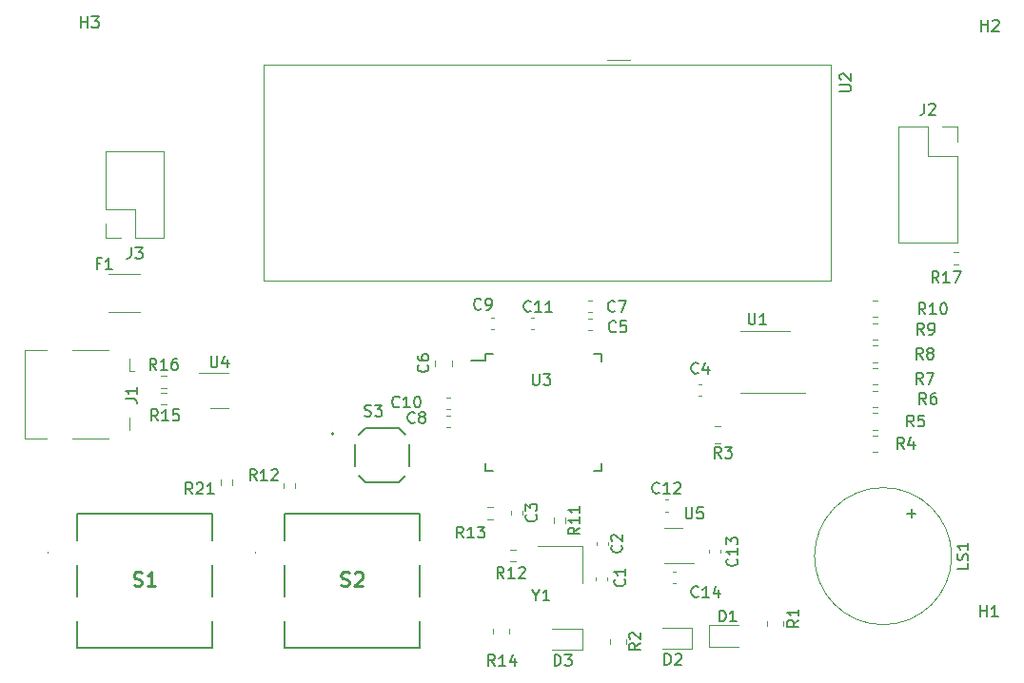
<source format=gbr>
%TF.GenerationSoftware,KiCad,Pcbnew,(7.0.0)*%
%TF.CreationDate,2023-04-20T18:01:31-06:00*%
%TF.ProjectId,PhaseBsheild,50686173-6542-4736-9865-696c642e6b69,rev?*%
%TF.SameCoordinates,Original*%
%TF.FileFunction,Legend,Top*%
%TF.FilePolarity,Positive*%
%FSLAX46Y46*%
G04 Gerber Fmt 4.6, Leading zero omitted, Abs format (unit mm)*
G04 Created by KiCad (PCBNEW (7.0.0)) date 2023-04-20 18:01:31*
%MOMM*%
%LPD*%
G01*
G04 APERTURE LIST*
%ADD10C,0.150000*%
%ADD11C,0.254000*%
%ADD12C,0.120000*%
%ADD13C,0.127000*%
%ADD14C,0.200000*%
%ADD15C,0.100000*%
G04 APERTURE END LIST*
D10*
%TO.C,R17*%
X158457142Y-71967380D02*
X158123809Y-71491190D01*
X157885714Y-71967380D02*
X157885714Y-70967380D01*
X157885714Y-70967380D02*
X158266666Y-70967380D01*
X158266666Y-70967380D02*
X158361904Y-71015000D01*
X158361904Y-71015000D02*
X158409523Y-71062619D01*
X158409523Y-71062619D02*
X158457142Y-71157857D01*
X158457142Y-71157857D02*
X158457142Y-71300714D01*
X158457142Y-71300714D02*
X158409523Y-71395952D01*
X158409523Y-71395952D02*
X158361904Y-71443571D01*
X158361904Y-71443571D02*
X158266666Y-71491190D01*
X158266666Y-71491190D02*
X157885714Y-71491190D01*
X159409523Y-71967380D02*
X158838095Y-71967380D01*
X159123809Y-71967380D02*
X159123809Y-70967380D01*
X159123809Y-70967380D02*
X159028571Y-71110238D01*
X159028571Y-71110238D02*
X158933333Y-71205476D01*
X158933333Y-71205476D02*
X158838095Y-71253095D01*
X159742857Y-70967380D02*
X160409523Y-70967380D01*
X160409523Y-70967380D02*
X159980952Y-71967380D01*
%TO.C,R7*%
X157033333Y-80967380D02*
X156700000Y-80491190D01*
X156461905Y-80967380D02*
X156461905Y-79967380D01*
X156461905Y-79967380D02*
X156842857Y-79967380D01*
X156842857Y-79967380D02*
X156938095Y-80015000D01*
X156938095Y-80015000D02*
X156985714Y-80062619D01*
X156985714Y-80062619D02*
X157033333Y-80157857D01*
X157033333Y-80157857D02*
X157033333Y-80300714D01*
X157033333Y-80300714D02*
X156985714Y-80395952D01*
X156985714Y-80395952D02*
X156938095Y-80443571D01*
X156938095Y-80443571D02*
X156842857Y-80491190D01*
X156842857Y-80491190D02*
X156461905Y-80491190D01*
X157366667Y-79967380D02*
X158033333Y-79967380D01*
X158033333Y-79967380D02*
X157604762Y-80967380D01*
%TO.C,R15*%
X88972442Y-84249180D02*
X88639109Y-83772990D01*
X88401014Y-84249180D02*
X88401014Y-83249180D01*
X88401014Y-83249180D02*
X88781966Y-83249180D01*
X88781966Y-83249180D02*
X88877204Y-83296800D01*
X88877204Y-83296800D02*
X88924823Y-83344419D01*
X88924823Y-83344419D02*
X88972442Y-83439657D01*
X88972442Y-83439657D02*
X88972442Y-83582514D01*
X88972442Y-83582514D02*
X88924823Y-83677752D01*
X88924823Y-83677752D02*
X88877204Y-83725371D01*
X88877204Y-83725371D02*
X88781966Y-83772990D01*
X88781966Y-83772990D02*
X88401014Y-83772990D01*
X89924823Y-84249180D02*
X89353395Y-84249180D01*
X89639109Y-84249180D02*
X89639109Y-83249180D01*
X89639109Y-83249180D02*
X89543871Y-83392038D01*
X89543871Y-83392038D02*
X89448633Y-83487276D01*
X89448633Y-83487276D02*
X89353395Y-83534895D01*
X90829585Y-83249180D02*
X90353395Y-83249180D01*
X90353395Y-83249180D02*
X90305776Y-83725371D01*
X90305776Y-83725371D02*
X90353395Y-83677752D01*
X90353395Y-83677752D02*
X90448633Y-83630133D01*
X90448633Y-83630133D02*
X90686728Y-83630133D01*
X90686728Y-83630133D02*
X90781966Y-83677752D01*
X90781966Y-83677752D02*
X90829585Y-83725371D01*
X90829585Y-83725371D02*
X90877204Y-83820609D01*
X90877204Y-83820609D02*
X90877204Y-84058704D01*
X90877204Y-84058704D02*
X90829585Y-84153942D01*
X90829585Y-84153942D02*
X90781966Y-84201561D01*
X90781966Y-84201561D02*
X90686728Y-84249180D01*
X90686728Y-84249180D02*
X90448633Y-84249180D01*
X90448633Y-84249180D02*
X90353395Y-84201561D01*
X90353395Y-84201561D02*
X90305776Y-84153942D01*
%TO.C,C7*%
X129633333Y-74472142D02*
X129585714Y-74519761D01*
X129585714Y-74519761D02*
X129442857Y-74567380D01*
X129442857Y-74567380D02*
X129347619Y-74567380D01*
X129347619Y-74567380D02*
X129204762Y-74519761D01*
X129204762Y-74519761D02*
X129109524Y-74424523D01*
X129109524Y-74424523D02*
X129061905Y-74329285D01*
X129061905Y-74329285D02*
X129014286Y-74138809D01*
X129014286Y-74138809D02*
X129014286Y-73995952D01*
X129014286Y-73995952D02*
X129061905Y-73805476D01*
X129061905Y-73805476D02*
X129109524Y-73710238D01*
X129109524Y-73710238D02*
X129204762Y-73615000D01*
X129204762Y-73615000D02*
X129347619Y-73567380D01*
X129347619Y-73567380D02*
X129442857Y-73567380D01*
X129442857Y-73567380D02*
X129585714Y-73615000D01*
X129585714Y-73615000D02*
X129633333Y-73662619D01*
X129966667Y-73567380D02*
X130633333Y-73567380D01*
X130633333Y-73567380D02*
X130204762Y-74567380D01*
%TO.C,F1*%
X83866666Y-70243571D02*
X83533333Y-70243571D01*
X83533333Y-70767380D02*
X83533333Y-69767380D01*
X83533333Y-69767380D02*
X84009523Y-69767380D01*
X84914285Y-70767380D02*
X84342857Y-70767380D01*
X84628571Y-70767380D02*
X84628571Y-69767380D01*
X84628571Y-69767380D02*
X84533333Y-69910238D01*
X84533333Y-69910238D02*
X84438095Y-70005476D01*
X84438095Y-70005476D02*
X84342857Y-70053095D01*
%TO.C,R2*%
X131917380Y-104054166D02*
X131441190Y-104387499D01*
X131917380Y-104625594D02*
X130917380Y-104625594D01*
X130917380Y-104625594D02*
X130917380Y-104244642D01*
X130917380Y-104244642D02*
X130965000Y-104149404D01*
X130965000Y-104149404D02*
X131012619Y-104101785D01*
X131012619Y-104101785D02*
X131107857Y-104054166D01*
X131107857Y-104054166D02*
X131250714Y-104054166D01*
X131250714Y-104054166D02*
X131345952Y-104101785D01*
X131345952Y-104101785D02*
X131393571Y-104149404D01*
X131393571Y-104149404D02*
X131441190Y-104244642D01*
X131441190Y-104244642D02*
X131441190Y-104625594D01*
X131012619Y-103673213D02*
X130965000Y-103625594D01*
X130965000Y-103625594D02*
X130917380Y-103530356D01*
X130917380Y-103530356D02*
X130917380Y-103292261D01*
X130917380Y-103292261D02*
X130965000Y-103197023D01*
X130965000Y-103197023D02*
X131012619Y-103149404D01*
X131012619Y-103149404D02*
X131107857Y-103101785D01*
X131107857Y-103101785D02*
X131203095Y-103101785D01*
X131203095Y-103101785D02*
X131345952Y-103149404D01*
X131345952Y-103149404D02*
X131917380Y-103720832D01*
X131917380Y-103720832D02*
X131917380Y-103101785D01*
%TO.C,S3*%
X107388595Y-83809761D02*
X107531452Y-83857380D01*
X107531452Y-83857380D02*
X107769547Y-83857380D01*
X107769547Y-83857380D02*
X107864785Y-83809761D01*
X107864785Y-83809761D02*
X107912404Y-83762142D01*
X107912404Y-83762142D02*
X107960023Y-83666904D01*
X107960023Y-83666904D02*
X107960023Y-83571666D01*
X107960023Y-83571666D02*
X107912404Y-83476428D01*
X107912404Y-83476428D02*
X107864785Y-83428809D01*
X107864785Y-83428809D02*
X107769547Y-83381190D01*
X107769547Y-83381190D02*
X107579071Y-83333571D01*
X107579071Y-83333571D02*
X107483833Y-83285952D01*
X107483833Y-83285952D02*
X107436214Y-83238333D01*
X107436214Y-83238333D02*
X107388595Y-83143095D01*
X107388595Y-83143095D02*
X107388595Y-83047857D01*
X107388595Y-83047857D02*
X107436214Y-82952619D01*
X107436214Y-82952619D02*
X107483833Y-82905000D01*
X107483833Y-82905000D02*
X107579071Y-82857380D01*
X107579071Y-82857380D02*
X107817166Y-82857380D01*
X107817166Y-82857380D02*
X107960023Y-82905000D01*
X108293357Y-82857380D02*
X108912404Y-82857380D01*
X108912404Y-82857380D02*
X108579071Y-83238333D01*
X108579071Y-83238333D02*
X108721928Y-83238333D01*
X108721928Y-83238333D02*
X108817166Y-83285952D01*
X108817166Y-83285952D02*
X108864785Y-83333571D01*
X108864785Y-83333571D02*
X108912404Y-83428809D01*
X108912404Y-83428809D02*
X108912404Y-83666904D01*
X108912404Y-83666904D02*
X108864785Y-83762142D01*
X108864785Y-83762142D02*
X108817166Y-83809761D01*
X108817166Y-83809761D02*
X108721928Y-83857380D01*
X108721928Y-83857380D02*
X108436214Y-83857380D01*
X108436214Y-83857380D02*
X108340976Y-83809761D01*
X108340976Y-83809761D02*
X108293357Y-83762142D01*
%TO.C,R21*%
X92057142Y-90767380D02*
X91723809Y-90291190D01*
X91485714Y-90767380D02*
X91485714Y-89767380D01*
X91485714Y-89767380D02*
X91866666Y-89767380D01*
X91866666Y-89767380D02*
X91961904Y-89815000D01*
X91961904Y-89815000D02*
X92009523Y-89862619D01*
X92009523Y-89862619D02*
X92057142Y-89957857D01*
X92057142Y-89957857D02*
X92057142Y-90100714D01*
X92057142Y-90100714D02*
X92009523Y-90195952D01*
X92009523Y-90195952D02*
X91961904Y-90243571D01*
X91961904Y-90243571D02*
X91866666Y-90291190D01*
X91866666Y-90291190D02*
X91485714Y-90291190D01*
X92438095Y-89862619D02*
X92485714Y-89815000D01*
X92485714Y-89815000D02*
X92580952Y-89767380D01*
X92580952Y-89767380D02*
X92819047Y-89767380D01*
X92819047Y-89767380D02*
X92914285Y-89815000D01*
X92914285Y-89815000D02*
X92961904Y-89862619D01*
X92961904Y-89862619D02*
X93009523Y-89957857D01*
X93009523Y-89957857D02*
X93009523Y-90053095D01*
X93009523Y-90053095D02*
X92961904Y-90195952D01*
X92961904Y-90195952D02*
X92390476Y-90767380D01*
X92390476Y-90767380D02*
X93009523Y-90767380D01*
X93961904Y-90767380D02*
X93390476Y-90767380D01*
X93676190Y-90767380D02*
X93676190Y-89767380D01*
X93676190Y-89767380D02*
X93580952Y-89910238D01*
X93580952Y-89910238D02*
X93485714Y-90005476D01*
X93485714Y-90005476D02*
X93390476Y-90053095D01*
%TO.C,R16*%
X88847442Y-79719180D02*
X88514109Y-79242990D01*
X88276014Y-79719180D02*
X88276014Y-78719180D01*
X88276014Y-78719180D02*
X88656966Y-78719180D01*
X88656966Y-78719180D02*
X88752204Y-78766800D01*
X88752204Y-78766800D02*
X88799823Y-78814419D01*
X88799823Y-78814419D02*
X88847442Y-78909657D01*
X88847442Y-78909657D02*
X88847442Y-79052514D01*
X88847442Y-79052514D02*
X88799823Y-79147752D01*
X88799823Y-79147752D02*
X88752204Y-79195371D01*
X88752204Y-79195371D02*
X88656966Y-79242990D01*
X88656966Y-79242990D02*
X88276014Y-79242990D01*
X89799823Y-79719180D02*
X89228395Y-79719180D01*
X89514109Y-79719180D02*
X89514109Y-78719180D01*
X89514109Y-78719180D02*
X89418871Y-78862038D01*
X89418871Y-78862038D02*
X89323633Y-78957276D01*
X89323633Y-78957276D02*
X89228395Y-79004895D01*
X90656966Y-78719180D02*
X90466490Y-78719180D01*
X90466490Y-78719180D02*
X90371252Y-78766800D01*
X90371252Y-78766800D02*
X90323633Y-78814419D01*
X90323633Y-78814419D02*
X90228395Y-78957276D01*
X90228395Y-78957276D02*
X90180776Y-79147752D01*
X90180776Y-79147752D02*
X90180776Y-79528704D01*
X90180776Y-79528704D02*
X90228395Y-79623942D01*
X90228395Y-79623942D02*
X90276014Y-79671561D01*
X90276014Y-79671561D02*
X90371252Y-79719180D01*
X90371252Y-79719180D02*
X90561728Y-79719180D01*
X90561728Y-79719180D02*
X90656966Y-79671561D01*
X90656966Y-79671561D02*
X90704585Y-79623942D01*
X90704585Y-79623942D02*
X90752204Y-79528704D01*
X90752204Y-79528704D02*
X90752204Y-79290609D01*
X90752204Y-79290609D02*
X90704585Y-79195371D01*
X90704585Y-79195371D02*
X90656966Y-79147752D01*
X90656966Y-79147752D02*
X90561728Y-79100133D01*
X90561728Y-79100133D02*
X90371252Y-79100133D01*
X90371252Y-79100133D02*
X90276014Y-79147752D01*
X90276014Y-79147752D02*
X90228395Y-79195371D01*
X90228395Y-79195371D02*
X90180776Y-79290609D01*
%TO.C,H2*%
X162238095Y-49567380D02*
X162238095Y-48567380D01*
X162238095Y-49043571D02*
X162809523Y-49043571D01*
X162809523Y-49567380D02*
X162809523Y-48567380D01*
X163238095Y-48662619D02*
X163285714Y-48615000D01*
X163285714Y-48615000D02*
X163380952Y-48567380D01*
X163380952Y-48567380D02*
X163619047Y-48567380D01*
X163619047Y-48567380D02*
X163714285Y-48615000D01*
X163714285Y-48615000D02*
X163761904Y-48662619D01*
X163761904Y-48662619D02*
X163809523Y-48757857D01*
X163809523Y-48757857D02*
X163809523Y-48853095D01*
X163809523Y-48853095D02*
X163761904Y-48995952D01*
X163761904Y-48995952D02*
X163190476Y-49567380D01*
X163190476Y-49567380D02*
X163809523Y-49567380D01*
%TO.C,Y1*%
X122623809Y-99791190D02*
X122623809Y-100267380D01*
X122290476Y-99267380D02*
X122623809Y-99791190D01*
X122623809Y-99791190D02*
X122957142Y-99267380D01*
X123814285Y-100267380D02*
X123242857Y-100267380D01*
X123528571Y-100267380D02*
X123528571Y-99267380D01*
X123528571Y-99267380D02*
X123433333Y-99410238D01*
X123433333Y-99410238D02*
X123338095Y-99505476D01*
X123338095Y-99505476D02*
X123242857Y-99553095D01*
%TO.C,R11*%
X126497380Y-93767857D02*
X126021190Y-94101190D01*
X126497380Y-94339285D02*
X125497380Y-94339285D01*
X125497380Y-94339285D02*
X125497380Y-93958333D01*
X125497380Y-93958333D02*
X125545000Y-93863095D01*
X125545000Y-93863095D02*
X125592619Y-93815476D01*
X125592619Y-93815476D02*
X125687857Y-93767857D01*
X125687857Y-93767857D02*
X125830714Y-93767857D01*
X125830714Y-93767857D02*
X125925952Y-93815476D01*
X125925952Y-93815476D02*
X125973571Y-93863095D01*
X125973571Y-93863095D02*
X126021190Y-93958333D01*
X126021190Y-93958333D02*
X126021190Y-94339285D01*
X126497380Y-92815476D02*
X126497380Y-93386904D01*
X126497380Y-93101190D02*
X125497380Y-93101190D01*
X125497380Y-93101190D02*
X125640238Y-93196428D01*
X125640238Y-93196428D02*
X125735476Y-93291666D01*
X125735476Y-93291666D02*
X125783095Y-93386904D01*
X126497380Y-91863095D02*
X126497380Y-92434523D01*
X126497380Y-92148809D02*
X125497380Y-92148809D01*
X125497380Y-92148809D02*
X125640238Y-92244047D01*
X125640238Y-92244047D02*
X125735476Y-92339285D01*
X125735476Y-92339285D02*
X125783095Y-92434523D01*
%TO.C,C9*%
X117733333Y-74272142D02*
X117685714Y-74319761D01*
X117685714Y-74319761D02*
X117542857Y-74367380D01*
X117542857Y-74367380D02*
X117447619Y-74367380D01*
X117447619Y-74367380D02*
X117304762Y-74319761D01*
X117304762Y-74319761D02*
X117209524Y-74224523D01*
X117209524Y-74224523D02*
X117161905Y-74129285D01*
X117161905Y-74129285D02*
X117114286Y-73938809D01*
X117114286Y-73938809D02*
X117114286Y-73795952D01*
X117114286Y-73795952D02*
X117161905Y-73605476D01*
X117161905Y-73605476D02*
X117209524Y-73510238D01*
X117209524Y-73510238D02*
X117304762Y-73415000D01*
X117304762Y-73415000D02*
X117447619Y-73367380D01*
X117447619Y-73367380D02*
X117542857Y-73367380D01*
X117542857Y-73367380D02*
X117685714Y-73415000D01*
X117685714Y-73415000D02*
X117733333Y-73462619D01*
X118209524Y-74367380D02*
X118400000Y-74367380D01*
X118400000Y-74367380D02*
X118495238Y-74319761D01*
X118495238Y-74319761D02*
X118542857Y-74272142D01*
X118542857Y-74272142D02*
X118638095Y-74129285D01*
X118638095Y-74129285D02*
X118685714Y-73938809D01*
X118685714Y-73938809D02*
X118685714Y-73557857D01*
X118685714Y-73557857D02*
X118638095Y-73462619D01*
X118638095Y-73462619D02*
X118590476Y-73415000D01*
X118590476Y-73415000D02*
X118495238Y-73367380D01*
X118495238Y-73367380D02*
X118304762Y-73367380D01*
X118304762Y-73367380D02*
X118209524Y-73415000D01*
X118209524Y-73415000D02*
X118161905Y-73462619D01*
X118161905Y-73462619D02*
X118114286Y-73557857D01*
X118114286Y-73557857D02*
X118114286Y-73795952D01*
X118114286Y-73795952D02*
X118161905Y-73891190D01*
X118161905Y-73891190D02*
X118209524Y-73938809D01*
X118209524Y-73938809D02*
X118304762Y-73986428D01*
X118304762Y-73986428D02*
X118495238Y-73986428D01*
X118495238Y-73986428D02*
X118590476Y-73938809D01*
X118590476Y-73938809D02*
X118638095Y-73891190D01*
X118638095Y-73891190D02*
X118685714Y-73795952D01*
%TO.C,R14*%
X118957142Y-106067380D02*
X118623809Y-105591190D01*
X118385714Y-106067380D02*
X118385714Y-105067380D01*
X118385714Y-105067380D02*
X118766666Y-105067380D01*
X118766666Y-105067380D02*
X118861904Y-105115000D01*
X118861904Y-105115000D02*
X118909523Y-105162619D01*
X118909523Y-105162619D02*
X118957142Y-105257857D01*
X118957142Y-105257857D02*
X118957142Y-105400714D01*
X118957142Y-105400714D02*
X118909523Y-105495952D01*
X118909523Y-105495952D02*
X118861904Y-105543571D01*
X118861904Y-105543571D02*
X118766666Y-105591190D01*
X118766666Y-105591190D02*
X118385714Y-105591190D01*
X119909523Y-106067380D02*
X119338095Y-106067380D01*
X119623809Y-106067380D02*
X119623809Y-105067380D01*
X119623809Y-105067380D02*
X119528571Y-105210238D01*
X119528571Y-105210238D02*
X119433333Y-105305476D01*
X119433333Y-105305476D02*
X119338095Y-105353095D01*
X120766666Y-105400714D02*
X120766666Y-106067380D01*
X120528571Y-105019761D02*
X120290476Y-105734047D01*
X120290476Y-105734047D02*
X120909523Y-105734047D01*
%TO.C,U4*%
X93690895Y-78499180D02*
X93690895Y-79308704D01*
X93690895Y-79308704D02*
X93738514Y-79403942D01*
X93738514Y-79403942D02*
X93786133Y-79451561D01*
X93786133Y-79451561D02*
X93881371Y-79499180D01*
X93881371Y-79499180D02*
X94071847Y-79499180D01*
X94071847Y-79499180D02*
X94167085Y-79451561D01*
X94167085Y-79451561D02*
X94214704Y-79403942D01*
X94214704Y-79403942D02*
X94262323Y-79308704D01*
X94262323Y-79308704D02*
X94262323Y-78499180D01*
X95167085Y-78832514D02*
X95167085Y-79499180D01*
X94928990Y-78451561D02*
X94690895Y-79165847D01*
X94690895Y-79165847D02*
X95309942Y-79165847D01*
D11*
%TO.C,S2*%
X105282380Y-98906097D02*
X105463809Y-98966573D01*
X105463809Y-98966573D02*
X105766190Y-98966573D01*
X105766190Y-98966573D02*
X105887142Y-98906097D01*
X105887142Y-98906097D02*
X105947618Y-98845621D01*
X105947618Y-98845621D02*
X106008095Y-98724669D01*
X106008095Y-98724669D02*
X106008095Y-98603716D01*
X106008095Y-98603716D02*
X105947618Y-98482764D01*
X105947618Y-98482764D02*
X105887142Y-98422288D01*
X105887142Y-98422288D02*
X105766190Y-98361811D01*
X105766190Y-98361811D02*
X105524285Y-98301335D01*
X105524285Y-98301335D02*
X105403333Y-98240859D01*
X105403333Y-98240859D02*
X105342856Y-98180383D01*
X105342856Y-98180383D02*
X105282380Y-98059430D01*
X105282380Y-98059430D02*
X105282380Y-97938478D01*
X105282380Y-97938478D02*
X105342856Y-97817526D01*
X105342856Y-97817526D02*
X105403333Y-97757050D01*
X105403333Y-97757050D02*
X105524285Y-97696573D01*
X105524285Y-97696573D02*
X105826666Y-97696573D01*
X105826666Y-97696573D02*
X106008095Y-97757050D01*
X106491904Y-97817526D02*
X106552380Y-97757050D01*
X106552380Y-97757050D02*
X106673333Y-97696573D01*
X106673333Y-97696573D02*
X106975714Y-97696573D01*
X106975714Y-97696573D02*
X107096666Y-97757050D01*
X107096666Y-97757050D02*
X107157142Y-97817526D01*
X107157142Y-97817526D02*
X107217619Y-97938478D01*
X107217619Y-97938478D02*
X107217619Y-98059430D01*
X107217619Y-98059430D02*
X107157142Y-98240859D01*
X107157142Y-98240859D02*
X106431428Y-98966573D01*
X106431428Y-98966573D02*
X107217619Y-98966573D01*
D10*
%TO.C,C8*%
X111833333Y-84372142D02*
X111785714Y-84419761D01*
X111785714Y-84419761D02*
X111642857Y-84467380D01*
X111642857Y-84467380D02*
X111547619Y-84467380D01*
X111547619Y-84467380D02*
X111404762Y-84419761D01*
X111404762Y-84419761D02*
X111309524Y-84324523D01*
X111309524Y-84324523D02*
X111261905Y-84229285D01*
X111261905Y-84229285D02*
X111214286Y-84038809D01*
X111214286Y-84038809D02*
X111214286Y-83895952D01*
X111214286Y-83895952D02*
X111261905Y-83705476D01*
X111261905Y-83705476D02*
X111309524Y-83610238D01*
X111309524Y-83610238D02*
X111404762Y-83515000D01*
X111404762Y-83515000D02*
X111547619Y-83467380D01*
X111547619Y-83467380D02*
X111642857Y-83467380D01*
X111642857Y-83467380D02*
X111785714Y-83515000D01*
X111785714Y-83515000D02*
X111833333Y-83562619D01*
X112404762Y-83895952D02*
X112309524Y-83848333D01*
X112309524Y-83848333D02*
X112261905Y-83800714D01*
X112261905Y-83800714D02*
X112214286Y-83705476D01*
X112214286Y-83705476D02*
X112214286Y-83657857D01*
X112214286Y-83657857D02*
X112261905Y-83562619D01*
X112261905Y-83562619D02*
X112309524Y-83515000D01*
X112309524Y-83515000D02*
X112404762Y-83467380D01*
X112404762Y-83467380D02*
X112595238Y-83467380D01*
X112595238Y-83467380D02*
X112690476Y-83515000D01*
X112690476Y-83515000D02*
X112738095Y-83562619D01*
X112738095Y-83562619D02*
X112785714Y-83657857D01*
X112785714Y-83657857D02*
X112785714Y-83705476D01*
X112785714Y-83705476D02*
X112738095Y-83800714D01*
X112738095Y-83800714D02*
X112690476Y-83848333D01*
X112690476Y-83848333D02*
X112595238Y-83895952D01*
X112595238Y-83895952D02*
X112404762Y-83895952D01*
X112404762Y-83895952D02*
X112309524Y-83943571D01*
X112309524Y-83943571D02*
X112261905Y-83991190D01*
X112261905Y-83991190D02*
X112214286Y-84086428D01*
X112214286Y-84086428D02*
X112214286Y-84276904D01*
X112214286Y-84276904D02*
X112261905Y-84372142D01*
X112261905Y-84372142D02*
X112309524Y-84419761D01*
X112309524Y-84419761D02*
X112404762Y-84467380D01*
X112404762Y-84467380D02*
X112595238Y-84467380D01*
X112595238Y-84467380D02*
X112690476Y-84419761D01*
X112690476Y-84419761D02*
X112738095Y-84372142D01*
X112738095Y-84372142D02*
X112785714Y-84276904D01*
X112785714Y-84276904D02*
X112785714Y-84086428D01*
X112785714Y-84086428D02*
X112738095Y-83991190D01*
X112738095Y-83991190D02*
X112690476Y-83943571D01*
X112690476Y-83943571D02*
X112595238Y-83895952D01*
%TO.C,J1*%
X86116493Y-82300375D02*
X86830779Y-82300375D01*
X86830779Y-82300375D02*
X86973636Y-82347994D01*
X86973636Y-82347994D02*
X87068874Y-82443232D01*
X87068874Y-82443232D02*
X87116493Y-82586089D01*
X87116493Y-82586089D02*
X87116493Y-82681327D01*
X87116493Y-81300375D02*
X87116493Y-81871803D01*
X87116493Y-81586089D02*
X86116493Y-81586089D01*
X86116493Y-81586089D02*
X86259351Y-81681327D01*
X86259351Y-81681327D02*
X86354589Y-81776565D01*
X86354589Y-81776565D02*
X86402208Y-81871803D01*
%TO.C,C14*%
X137062142Y-99872142D02*
X137014523Y-99919761D01*
X137014523Y-99919761D02*
X136871666Y-99967380D01*
X136871666Y-99967380D02*
X136776428Y-99967380D01*
X136776428Y-99967380D02*
X136633571Y-99919761D01*
X136633571Y-99919761D02*
X136538333Y-99824523D01*
X136538333Y-99824523D02*
X136490714Y-99729285D01*
X136490714Y-99729285D02*
X136443095Y-99538809D01*
X136443095Y-99538809D02*
X136443095Y-99395952D01*
X136443095Y-99395952D02*
X136490714Y-99205476D01*
X136490714Y-99205476D02*
X136538333Y-99110238D01*
X136538333Y-99110238D02*
X136633571Y-99015000D01*
X136633571Y-99015000D02*
X136776428Y-98967380D01*
X136776428Y-98967380D02*
X136871666Y-98967380D01*
X136871666Y-98967380D02*
X137014523Y-99015000D01*
X137014523Y-99015000D02*
X137062142Y-99062619D01*
X138014523Y-99967380D02*
X137443095Y-99967380D01*
X137728809Y-99967380D02*
X137728809Y-98967380D01*
X137728809Y-98967380D02*
X137633571Y-99110238D01*
X137633571Y-99110238D02*
X137538333Y-99205476D01*
X137538333Y-99205476D02*
X137443095Y-99253095D01*
X138871666Y-99300714D02*
X138871666Y-99967380D01*
X138633571Y-98919761D02*
X138395476Y-99634047D01*
X138395476Y-99634047D02*
X139014523Y-99634047D01*
%TO.C,R3*%
X139083333Y-87582380D02*
X138750000Y-87106190D01*
X138511905Y-87582380D02*
X138511905Y-86582380D01*
X138511905Y-86582380D02*
X138892857Y-86582380D01*
X138892857Y-86582380D02*
X138988095Y-86630000D01*
X138988095Y-86630000D02*
X139035714Y-86677619D01*
X139035714Y-86677619D02*
X139083333Y-86772857D01*
X139083333Y-86772857D02*
X139083333Y-86915714D01*
X139083333Y-86915714D02*
X139035714Y-87010952D01*
X139035714Y-87010952D02*
X138988095Y-87058571D01*
X138988095Y-87058571D02*
X138892857Y-87106190D01*
X138892857Y-87106190D02*
X138511905Y-87106190D01*
X139416667Y-86582380D02*
X140035714Y-86582380D01*
X140035714Y-86582380D02*
X139702381Y-86963333D01*
X139702381Y-86963333D02*
X139845238Y-86963333D01*
X139845238Y-86963333D02*
X139940476Y-87010952D01*
X139940476Y-87010952D02*
X139988095Y-87058571D01*
X139988095Y-87058571D02*
X140035714Y-87153809D01*
X140035714Y-87153809D02*
X140035714Y-87391904D01*
X140035714Y-87391904D02*
X139988095Y-87487142D01*
X139988095Y-87487142D02*
X139940476Y-87534761D01*
X139940476Y-87534761D02*
X139845238Y-87582380D01*
X139845238Y-87582380D02*
X139559524Y-87582380D01*
X139559524Y-87582380D02*
X139464286Y-87534761D01*
X139464286Y-87534761D02*
X139416667Y-87487142D01*
%TO.C,R4*%
X155345833Y-86742380D02*
X155012500Y-86266190D01*
X154774405Y-86742380D02*
X154774405Y-85742380D01*
X154774405Y-85742380D02*
X155155357Y-85742380D01*
X155155357Y-85742380D02*
X155250595Y-85790000D01*
X155250595Y-85790000D02*
X155298214Y-85837619D01*
X155298214Y-85837619D02*
X155345833Y-85932857D01*
X155345833Y-85932857D02*
X155345833Y-86075714D01*
X155345833Y-86075714D02*
X155298214Y-86170952D01*
X155298214Y-86170952D02*
X155250595Y-86218571D01*
X155250595Y-86218571D02*
X155155357Y-86266190D01*
X155155357Y-86266190D02*
X154774405Y-86266190D01*
X156202976Y-86075714D02*
X156202976Y-86742380D01*
X155964881Y-85694761D02*
X155726786Y-86409047D01*
X155726786Y-86409047D02*
X156345833Y-86409047D01*
%TO.C,R1*%
X145982380Y-101991666D02*
X145506190Y-102324999D01*
X145982380Y-102563094D02*
X144982380Y-102563094D01*
X144982380Y-102563094D02*
X144982380Y-102182142D01*
X144982380Y-102182142D02*
X145030000Y-102086904D01*
X145030000Y-102086904D02*
X145077619Y-102039285D01*
X145077619Y-102039285D02*
X145172857Y-101991666D01*
X145172857Y-101991666D02*
X145315714Y-101991666D01*
X145315714Y-101991666D02*
X145410952Y-102039285D01*
X145410952Y-102039285D02*
X145458571Y-102086904D01*
X145458571Y-102086904D02*
X145506190Y-102182142D01*
X145506190Y-102182142D02*
X145506190Y-102563094D01*
X145982380Y-101039285D02*
X145982380Y-101610713D01*
X145982380Y-101324999D02*
X144982380Y-101324999D01*
X144982380Y-101324999D02*
X145125238Y-101420237D01*
X145125238Y-101420237D02*
X145220476Y-101515475D01*
X145220476Y-101515475D02*
X145268095Y-101610713D01*
%TO.C,C5*%
X129732233Y-76272142D02*
X129684614Y-76319761D01*
X129684614Y-76319761D02*
X129541757Y-76367380D01*
X129541757Y-76367380D02*
X129446519Y-76367380D01*
X129446519Y-76367380D02*
X129303662Y-76319761D01*
X129303662Y-76319761D02*
X129208424Y-76224523D01*
X129208424Y-76224523D02*
X129160805Y-76129285D01*
X129160805Y-76129285D02*
X129113186Y-75938809D01*
X129113186Y-75938809D02*
X129113186Y-75795952D01*
X129113186Y-75795952D02*
X129160805Y-75605476D01*
X129160805Y-75605476D02*
X129208424Y-75510238D01*
X129208424Y-75510238D02*
X129303662Y-75415000D01*
X129303662Y-75415000D02*
X129446519Y-75367380D01*
X129446519Y-75367380D02*
X129541757Y-75367380D01*
X129541757Y-75367380D02*
X129684614Y-75415000D01*
X129684614Y-75415000D02*
X129732233Y-75462619D01*
X130636995Y-75367380D02*
X130160805Y-75367380D01*
X130160805Y-75367380D02*
X130113186Y-75843571D01*
X130113186Y-75843571D02*
X130160805Y-75795952D01*
X130160805Y-75795952D02*
X130256043Y-75748333D01*
X130256043Y-75748333D02*
X130494138Y-75748333D01*
X130494138Y-75748333D02*
X130589376Y-75795952D01*
X130589376Y-75795952D02*
X130636995Y-75843571D01*
X130636995Y-75843571D02*
X130684614Y-75938809D01*
X130684614Y-75938809D02*
X130684614Y-76176904D01*
X130684614Y-76176904D02*
X130636995Y-76272142D01*
X130636995Y-76272142D02*
X130589376Y-76319761D01*
X130589376Y-76319761D02*
X130494138Y-76367380D01*
X130494138Y-76367380D02*
X130256043Y-76367380D01*
X130256043Y-76367380D02*
X130160805Y-76319761D01*
X130160805Y-76319761D02*
X130113186Y-76272142D01*
%TO.C,R12*%
X119757139Y-98267365D02*
X119423806Y-97791175D01*
X119185711Y-98267365D02*
X119185711Y-97267365D01*
X119185711Y-97267365D02*
X119566663Y-97267365D01*
X119566663Y-97267365D02*
X119661901Y-97314985D01*
X119661901Y-97314985D02*
X119709520Y-97362604D01*
X119709520Y-97362604D02*
X119757139Y-97457842D01*
X119757139Y-97457842D02*
X119757139Y-97600699D01*
X119757139Y-97600699D02*
X119709520Y-97695937D01*
X119709520Y-97695937D02*
X119661901Y-97743556D01*
X119661901Y-97743556D02*
X119566663Y-97791175D01*
X119566663Y-97791175D02*
X119185711Y-97791175D01*
X120709520Y-98267365D02*
X120138092Y-98267365D01*
X120423806Y-98267365D02*
X120423806Y-97267365D01*
X120423806Y-97267365D02*
X120328568Y-97410223D01*
X120328568Y-97410223D02*
X120233330Y-97505461D01*
X120233330Y-97505461D02*
X120138092Y-97553080D01*
X121090473Y-97362604D02*
X121138092Y-97314985D01*
X121138092Y-97314985D02*
X121233330Y-97267365D01*
X121233330Y-97267365D02*
X121471425Y-97267365D01*
X121471425Y-97267365D02*
X121566663Y-97314985D01*
X121566663Y-97314985D02*
X121614282Y-97362604D01*
X121614282Y-97362604D02*
X121661901Y-97457842D01*
X121661901Y-97457842D02*
X121661901Y-97553080D01*
X121661901Y-97553080D02*
X121614282Y-97695937D01*
X121614282Y-97695937D02*
X121042854Y-98267365D01*
X121042854Y-98267365D02*
X121661901Y-98267365D01*
%TO.C,U3*%
X122338095Y-80067380D02*
X122338095Y-80876904D01*
X122338095Y-80876904D02*
X122385714Y-80972142D01*
X122385714Y-80972142D02*
X122433333Y-81019761D01*
X122433333Y-81019761D02*
X122528571Y-81067380D01*
X122528571Y-81067380D02*
X122719047Y-81067380D01*
X122719047Y-81067380D02*
X122814285Y-81019761D01*
X122814285Y-81019761D02*
X122861904Y-80972142D01*
X122861904Y-80972142D02*
X122909523Y-80876904D01*
X122909523Y-80876904D02*
X122909523Y-80067380D01*
X123290476Y-80067380D02*
X123909523Y-80067380D01*
X123909523Y-80067380D02*
X123576190Y-80448333D01*
X123576190Y-80448333D02*
X123719047Y-80448333D01*
X123719047Y-80448333D02*
X123814285Y-80495952D01*
X123814285Y-80495952D02*
X123861904Y-80543571D01*
X123861904Y-80543571D02*
X123909523Y-80638809D01*
X123909523Y-80638809D02*
X123909523Y-80876904D01*
X123909523Y-80876904D02*
X123861904Y-80972142D01*
X123861904Y-80972142D02*
X123814285Y-81019761D01*
X123814285Y-81019761D02*
X123719047Y-81067380D01*
X123719047Y-81067380D02*
X123433333Y-81067380D01*
X123433333Y-81067380D02*
X123338095Y-81019761D01*
X123338095Y-81019761D02*
X123290476Y-80972142D01*
%TO.C,R10*%
X157257142Y-74767380D02*
X156923809Y-74291190D01*
X156685714Y-74767380D02*
X156685714Y-73767380D01*
X156685714Y-73767380D02*
X157066666Y-73767380D01*
X157066666Y-73767380D02*
X157161904Y-73815000D01*
X157161904Y-73815000D02*
X157209523Y-73862619D01*
X157209523Y-73862619D02*
X157257142Y-73957857D01*
X157257142Y-73957857D02*
X157257142Y-74100714D01*
X157257142Y-74100714D02*
X157209523Y-74195952D01*
X157209523Y-74195952D02*
X157161904Y-74243571D01*
X157161904Y-74243571D02*
X157066666Y-74291190D01*
X157066666Y-74291190D02*
X156685714Y-74291190D01*
X158209523Y-74767380D02*
X157638095Y-74767380D01*
X157923809Y-74767380D02*
X157923809Y-73767380D01*
X157923809Y-73767380D02*
X157828571Y-73910238D01*
X157828571Y-73910238D02*
X157733333Y-74005476D01*
X157733333Y-74005476D02*
X157638095Y-74053095D01*
X158828571Y-73767380D02*
X158923809Y-73767380D01*
X158923809Y-73767380D02*
X159019047Y-73815000D01*
X159019047Y-73815000D02*
X159066666Y-73862619D01*
X159066666Y-73862619D02*
X159114285Y-73957857D01*
X159114285Y-73957857D02*
X159161904Y-74148333D01*
X159161904Y-74148333D02*
X159161904Y-74386428D01*
X159161904Y-74386428D02*
X159114285Y-74576904D01*
X159114285Y-74576904D02*
X159066666Y-74672142D01*
X159066666Y-74672142D02*
X159019047Y-74719761D01*
X159019047Y-74719761D02*
X158923809Y-74767380D01*
X158923809Y-74767380D02*
X158828571Y-74767380D01*
X158828571Y-74767380D02*
X158733333Y-74719761D01*
X158733333Y-74719761D02*
X158685714Y-74672142D01*
X158685714Y-74672142D02*
X158638095Y-74576904D01*
X158638095Y-74576904D02*
X158590476Y-74386428D01*
X158590476Y-74386428D02*
X158590476Y-74148333D01*
X158590476Y-74148333D02*
X158638095Y-73957857D01*
X158638095Y-73957857D02*
X158685714Y-73862619D01*
X158685714Y-73862619D02*
X158733333Y-73815000D01*
X158733333Y-73815000D02*
X158828571Y-73767380D01*
%TO.C,R5*%
X156233333Y-84767380D02*
X155900000Y-84291190D01*
X155661905Y-84767380D02*
X155661905Y-83767380D01*
X155661905Y-83767380D02*
X156042857Y-83767380D01*
X156042857Y-83767380D02*
X156138095Y-83815000D01*
X156138095Y-83815000D02*
X156185714Y-83862619D01*
X156185714Y-83862619D02*
X156233333Y-83957857D01*
X156233333Y-83957857D02*
X156233333Y-84100714D01*
X156233333Y-84100714D02*
X156185714Y-84195952D01*
X156185714Y-84195952D02*
X156138095Y-84243571D01*
X156138095Y-84243571D02*
X156042857Y-84291190D01*
X156042857Y-84291190D02*
X155661905Y-84291190D01*
X157138095Y-83767380D02*
X156661905Y-83767380D01*
X156661905Y-83767380D02*
X156614286Y-84243571D01*
X156614286Y-84243571D02*
X156661905Y-84195952D01*
X156661905Y-84195952D02*
X156757143Y-84148333D01*
X156757143Y-84148333D02*
X156995238Y-84148333D01*
X156995238Y-84148333D02*
X157090476Y-84195952D01*
X157090476Y-84195952D02*
X157138095Y-84243571D01*
X157138095Y-84243571D02*
X157185714Y-84338809D01*
X157185714Y-84338809D02*
X157185714Y-84576904D01*
X157185714Y-84576904D02*
X157138095Y-84672142D01*
X157138095Y-84672142D02*
X157090476Y-84719761D01*
X157090476Y-84719761D02*
X156995238Y-84767380D01*
X156995238Y-84767380D02*
X156757143Y-84767380D01*
X156757143Y-84767380D02*
X156661905Y-84719761D01*
X156661905Y-84719761D02*
X156614286Y-84672142D01*
%TO.C,C13*%
X140472142Y-96542857D02*
X140519761Y-96590476D01*
X140519761Y-96590476D02*
X140567380Y-96733333D01*
X140567380Y-96733333D02*
X140567380Y-96828571D01*
X140567380Y-96828571D02*
X140519761Y-96971428D01*
X140519761Y-96971428D02*
X140424523Y-97066666D01*
X140424523Y-97066666D02*
X140329285Y-97114285D01*
X140329285Y-97114285D02*
X140138809Y-97161904D01*
X140138809Y-97161904D02*
X139995952Y-97161904D01*
X139995952Y-97161904D02*
X139805476Y-97114285D01*
X139805476Y-97114285D02*
X139710238Y-97066666D01*
X139710238Y-97066666D02*
X139615000Y-96971428D01*
X139615000Y-96971428D02*
X139567380Y-96828571D01*
X139567380Y-96828571D02*
X139567380Y-96733333D01*
X139567380Y-96733333D02*
X139615000Y-96590476D01*
X139615000Y-96590476D02*
X139662619Y-96542857D01*
X140567380Y-95590476D02*
X140567380Y-96161904D01*
X140567380Y-95876190D02*
X139567380Y-95876190D01*
X139567380Y-95876190D02*
X139710238Y-95971428D01*
X139710238Y-95971428D02*
X139805476Y-96066666D01*
X139805476Y-96066666D02*
X139853095Y-96161904D01*
X139567380Y-95257142D02*
X139567380Y-94638095D01*
X139567380Y-94638095D02*
X139948333Y-94971428D01*
X139948333Y-94971428D02*
X139948333Y-94828571D01*
X139948333Y-94828571D02*
X139995952Y-94733333D01*
X139995952Y-94733333D02*
X140043571Y-94685714D01*
X140043571Y-94685714D02*
X140138809Y-94638095D01*
X140138809Y-94638095D02*
X140376904Y-94638095D01*
X140376904Y-94638095D02*
X140472142Y-94685714D01*
X140472142Y-94685714D02*
X140519761Y-94733333D01*
X140519761Y-94733333D02*
X140567380Y-94828571D01*
X140567380Y-94828571D02*
X140567380Y-95114285D01*
X140567380Y-95114285D02*
X140519761Y-95209523D01*
X140519761Y-95209523D02*
X140472142Y-95257142D01*
%TO.C,H1*%
X162138095Y-101667380D02*
X162138095Y-100667380D01*
X162138095Y-101143571D02*
X162709523Y-101143571D01*
X162709523Y-101667380D02*
X162709523Y-100667380D01*
X163709523Y-101667380D02*
X163138095Y-101667380D01*
X163423809Y-101667380D02*
X163423809Y-100667380D01*
X163423809Y-100667380D02*
X163328571Y-100810238D01*
X163328571Y-100810238D02*
X163233333Y-100905476D01*
X163233333Y-100905476D02*
X163138095Y-100953095D01*
%TO.C,U2*%
X149646280Y-54910604D02*
X150455804Y-54910604D01*
X150455804Y-54910604D02*
X150551042Y-54862985D01*
X150551042Y-54862985D02*
X150598661Y-54815366D01*
X150598661Y-54815366D02*
X150646280Y-54720128D01*
X150646280Y-54720128D02*
X150646280Y-54529652D01*
X150646280Y-54529652D02*
X150598661Y-54434414D01*
X150598661Y-54434414D02*
X150551042Y-54386795D01*
X150551042Y-54386795D02*
X150455804Y-54339176D01*
X150455804Y-54339176D02*
X149646280Y-54339176D01*
X149741519Y-53910604D02*
X149693900Y-53862985D01*
X149693900Y-53862985D02*
X149646280Y-53767747D01*
X149646280Y-53767747D02*
X149646280Y-53529652D01*
X149646280Y-53529652D02*
X149693900Y-53434414D01*
X149693900Y-53434414D02*
X149741519Y-53386795D01*
X149741519Y-53386795D02*
X149836757Y-53339176D01*
X149836757Y-53339176D02*
X149931995Y-53339176D01*
X149931995Y-53339176D02*
X150074852Y-53386795D01*
X150074852Y-53386795D02*
X150646280Y-53958223D01*
X150646280Y-53958223D02*
X150646280Y-53339176D01*
%TO.C,U1*%
X141538095Y-74667380D02*
X141538095Y-75476904D01*
X141538095Y-75476904D02*
X141585714Y-75572142D01*
X141585714Y-75572142D02*
X141633333Y-75619761D01*
X141633333Y-75619761D02*
X141728571Y-75667380D01*
X141728571Y-75667380D02*
X141919047Y-75667380D01*
X141919047Y-75667380D02*
X142014285Y-75619761D01*
X142014285Y-75619761D02*
X142061904Y-75572142D01*
X142061904Y-75572142D02*
X142109523Y-75476904D01*
X142109523Y-75476904D02*
X142109523Y-74667380D01*
X143109523Y-75667380D02*
X142538095Y-75667380D01*
X142823809Y-75667380D02*
X142823809Y-74667380D01*
X142823809Y-74667380D02*
X142728571Y-74810238D01*
X142728571Y-74810238D02*
X142633333Y-74905476D01*
X142633333Y-74905476D02*
X142538095Y-74953095D01*
%TO.C,D2*%
X134061905Y-105967380D02*
X134061905Y-104967380D01*
X134061905Y-104967380D02*
X134300000Y-104967380D01*
X134300000Y-104967380D02*
X134442857Y-105015000D01*
X134442857Y-105015000D02*
X134538095Y-105110238D01*
X134538095Y-105110238D02*
X134585714Y-105205476D01*
X134585714Y-105205476D02*
X134633333Y-105395952D01*
X134633333Y-105395952D02*
X134633333Y-105538809D01*
X134633333Y-105538809D02*
X134585714Y-105729285D01*
X134585714Y-105729285D02*
X134538095Y-105824523D01*
X134538095Y-105824523D02*
X134442857Y-105919761D01*
X134442857Y-105919761D02*
X134300000Y-105967380D01*
X134300000Y-105967380D02*
X134061905Y-105967380D01*
X135014286Y-105062619D02*
X135061905Y-105015000D01*
X135061905Y-105015000D02*
X135157143Y-104967380D01*
X135157143Y-104967380D02*
X135395238Y-104967380D01*
X135395238Y-104967380D02*
X135490476Y-105015000D01*
X135490476Y-105015000D02*
X135538095Y-105062619D01*
X135538095Y-105062619D02*
X135585714Y-105157857D01*
X135585714Y-105157857D02*
X135585714Y-105253095D01*
X135585714Y-105253095D02*
X135538095Y-105395952D01*
X135538095Y-105395952D02*
X134966667Y-105967380D01*
X134966667Y-105967380D02*
X135585714Y-105967380D01*
%TO.C,D3*%
X124261905Y-106067380D02*
X124261905Y-105067380D01*
X124261905Y-105067380D02*
X124500000Y-105067380D01*
X124500000Y-105067380D02*
X124642857Y-105115000D01*
X124642857Y-105115000D02*
X124738095Y-105210238D01*
X124738095Y-105210238D02*
X124785714Y-105305476D01*
X124785714Y-105305476D02*
X124833333Y-105495952D01*
X124833333Y-105495952D02*
X124833333Y-105638809D01*
X124833333Y-105638809D02*
X124785714Y-105829285D01*
X124785714Y-105829285D02*
X124738095Y-105924523D01*
X124738095Y-105924523D02*
X124642857Y-106019761D01*
X124642857Y-106019761D02*
X124500000Y-106067380D01*
X124500000Y-106067380D02*
X124261905Y-106067380D01*
X125166667Y-105067380D02*
X125785714Y-105067380D01*
X125785714Y-105067380D02*
X125452381Y-105448333D01*
X125452381Y-105448333D02*
X125595238Y-105448333D01*
X125595238Y-105448333D02*
X125690476Y-105495952D01*
X125690476Y-105495952D02*
X125738095Y-105543571D01*
X125738095Y-105543571D02*
X125785714Y-105638809D01*
X125785714Y-105638809D02*
X125785714Y-105876904D01*
X125785714Y-105876904D02*
X125738095Y-105972142D01*
X125738095Y-105972142D02*
X125690476Y-106019761D01*
X125690476Y-106019761D02*
X125595238Y-106067380D01*
X125595238Y-106067380D02*
X125309524Y-106067380D01*
X125309524Y-106067380D02*
X125214286Y-106019761D01*
X125214286Y-106019761D02*
X125166667Y-105972142D01*
%TO.C,C3*%
X122602142Y-92591666D02*
X122649761Y-92639285D01*
X122649761Y-92639285D02*
X122697380Y-92782142D01*
X122697380Y-92782142D02*
X122697380Y-92877380D01*
X122697380Y-92877380D02*
X122649761Y-93020237D01*
X122649761Y-93020237D02*
X122554523Y-93115475D01*
X122554523Y-93115475D02*
X122459285Y-93163094D01*
X122459285Y-93163094D02*
X122268809Y-93210713D01*
X122268809Y-93210713D02*
X122125952Y-93210713D01*
X122125952Y-93210713D02*
X121935476Y-93163094D01*
X121935476Y-93163094D02*
X121840238Y-93115475D01*
X121840238Y-93115475D02*
X121745000Y-93020237D01*
X121745000Y-93020237D02*
X121697380Y-92877380D01*
X121697380Y-92877380D02*
X121697380Y-92782142D01*
X121697380Y-92782142D02*
X121745000Y-92639285D01*
X121745000Y-92639285D02*
X121792619Y-92591666D01*
X121697380Y-92258332D02*
X121697380Y-91639285D01*
X121697380Y-91639285D02*
X122078333Y-91972618D01*
X122078333Y-91972618D02*
X122078333Y-91829761D01*
X122078333Y-91829761D02*
X122125952Y-91734523D01*
X122125952Y-91734523D02*
X122173571Y-91686904D01*
X122173571Y-91686904D02*
X122268809Y-91639285D01*
X122268809Y-91639285D02*
X122506904Y-91639285D01*
X122506904Y-91639285D02*
X122602142Y-91686904D01*
X122602142Y-91686904D02*
X122649761Y-91734523D01*
X122649761Y-91734523D02*
X122697380Y-91829761D01*
X122697380Y-91829761D02*
X122697380Y-92115475D01*
X122697380Y-92115475D02*
X122649761Y-92210713D01*
X122649761Y-92210713D02*
X122602142Y-92258332D01*
%TO.C,R13*%
X116157142Y-94667380D02*
X115823809Y-94191190D01*
X115585714Y-94667380D02*
X115585714Y-93667380D01*
X115585714Y-93667380D02*
X115966666Y-93667380D01*
X115966666Y-93667380D02*
X116061904Y-93715000D01*
X116061904Y-93715000D02*
X116109523Y-93762619D01*
X116109523Y-93762619D02*
X116157142Y-93857857D01*
X116157142Y-93857857D02*
X116157142Y-94000714D01*
X116157142Y-94000714D02*
X116109523Y-94095952D01*
X116109523Y-94095952D02*
X116061904Y-94143571D01*
X116061904Y-94143571D02*
X115966666Y-94191190D01*
X115966666Y-94191190D02*
X115585714Y-94191190D01*
X117109523Y-94667380D02*
X116538095Y-94667380D01*
X116823809Y-94667380D02*
X116823809Y-93667380D01*
X116823809Y-93667380D02*
X116728571Y-93810238D01*
X116728571Y-93810238D02*
X116633333Y-93905476D01*
X116633333Y-93905476D02*
X116538095Y-93953095D01*
X117442857Y-93667380D02*
X118061904Y-93667380D01*
X118061904Y-93667380D02*
X117728571Y-94048333D01*
X117728571Y-94048333D02*
X117871428Y-94048333D01*
X117871428Y-94048333D02*
X117966666Y-94095952D01*
X117966666Y-94095952D02*
X118014285Y-94143571D01*
X118014285Y-94143571D02*
X118061904Y-94238809D01*
X118061904Y-94238809D02*
X118061904Y-94476904D01*
X118061904Y-94476904D02*
X118014285Y-94572142D01*
X118014285Y-94572142D02*
X117966666Y-94619761D01*
X117966666Y-94619761D02*
X117871428Y-94667380D01*
X117871428Y-94667380D02*
X117585714Y-94667380D01*
X117585714Y-94667380D02*
X117490476Y-94619761D01*
X117490476Y-94619761D02*
X117442857Y-94572142D01*
%TO.C,D1*%
X138924405Y-102117380D02*
X138924405Y-101117380D01*
X138924405Y-101117380D02*
X139162500Y-101117380D01*
X139162500Y-101117380D02*
X139305357Y-101165000D01*
X139305357Y-101165000D02*
X139400595Y-101260238D01*
X139400595Y-101260238D02*
X139448214Y-101355476D01*
X139448214Y-101355476D02*
X139495833Y-101545952D01*
X139495833Y-101545952D02*
X139495833Y-101688809D01*
X139495833Y-101688809D02*
X139448214Y-101879285D01*
X139448214Y-101879285D02*
X139400595Y-101974523D01*
X139400595Y-101974523D02*
X139305357Y-102069761D01*
X139305357Y-102069761D02*
X139162500Y-102117380D01*
X139162500Y-102117380D02*
X138924405Y-102117380D01*
X140448214Y-102117380D02*
X139876786Y-102117380D01*
X140162500Y-102117380D02*
X140162500Y-101117380D01*
X140162500Y-101117380D02*
X140067262Y-101260238D01*
X140067262Y-101260238D02*
X139972024Y-101355476D01*
X139972024Y-101355476D02*
X139876786Y-101403095D01*
%TO.C,C11*%
X122157142Y-74472142D02*
X122109523Y-74519761D01*
X122109523Y-74519761D02*
X121966666Y-74567380D01*
X121966666Y-74567380D02*
X121871428Y-74567380D01*
X121871428Y-74567380D02*
X121728571Y-74519761D01*
X121728571Y-74519761D02*
X121633333Y-74424523D01*
X121633333Y-74424523D02*
X121585714Y-74329285D01*
X121585714Y-74329285D02*
X121538095Y-74138809D01*
X121538095Y-74138809D02*
X121538095Y-73995952D01*
X121538095Y-73995952D02*
X121585714Y-73805476D01*
X121585714Y-73805476D02*
X121633333Y-73710238D01*
X121633333Y-73710238D02*
X121728571Y-73615000D01*
X121728571Y-73615000D02*
X121871428Y-73567380D01*
X121871428Y-73567380D02*
X121966666Y-73567380D01*
X121966666Y-73567380D02*
X122109523Y-73615000D01*
X122109523Y-73615000D02*
X122157142Y-73662619D01*
X123109523Y-74567380D02*
X122538095Y-74567380D01*
X122823809Y-74567380D02*
X122823809Y-73567380D01*
X122823809Y-73567380D02*
X122728571Y-73710238D01*
X122728571Y-73710238D02*
X122633333Y-73805476D01*
X122633333Y-73805476D02*
X122538095Y-73853095D01*
X124061904Y-74567380D02*
X123490476Y-74567380D01*
X123776190Y-74567380D02*
X123776190Y-73567380D01*
X123776190Y-73567380D02*
X123680952Y-73710238D01*
X123680952Y-73710238D02*
X123585714Y-73805476D01*
X123585714Y-73805476D02*
X123490476Y-73853095D01*
%TO.C,C10*%
X110457142Y-82972142D02*
X110409523Y-83019761D01*
X110409523Y-83019761D02*
X110266666Y-83067380D01*
X110266666Y-83067380D02*
X110171428Y-83067380D01*
X110171428Y-83067380D02*
X110028571Y-83019761D01*
X110028571Y-83019761D02*
X109933333Y-82924523D01*
X109933333Y-82924523D02*
X109885714Y-82829285D01*
X109885714Y-82829285D02*
X109838095Y-82638809D01*
X109838095Y-82638809D02*
X109838095Y-82495952D01*
X109838095Y-82495952D02*
X109885714Y-82305476D01*
X109885714Y-82305476D02*
X109933333Y-82210238D01*
X109933333Y-82210238D02*
X110028571Y-82115000D01*
X110028571Y-82115000D02*
X110171428Y-82067380D01*
X110171428Y-82067380D02*
X110266666Y-82067380D01*
X110266666Y-82067380D02*
X110409523Y-82115000D01*
X110409523Y-82115000D02*
X110457142Y-82162619D01*
X111409523Y-83067380D02*
X110838095Y-83067380D01*
X111123809Y-83067380D02*
X111123809Y-82067380D01*
X111123809Y-82067380D02*
X111028571Y-82210238D01*
X111028571Y-82210238D02*
X110933333Y-82305476D01*
X110933333Y-82305476D02*
X110838095Y-82353095D01*
X112028571Y-82067380D02*
X112123809Y-82067380D01*
X112123809Y-82067380D02*
X112219047Y-82115000D01*
X112219047Y-82115000D02*
X112266666Y-82162619D01*
X112266666Y-82162619D02*
X112314285Y-82257857D01*
X112314285Y-82257857D02*
X112361904Y-82448333D01*
X112361904Y-82448333D02*
X112361904Y-82686428D01*
X112361904Y-82686428D02*
X112314285Y-82876904D01*
X112314285Y-82876904D02*
X112266666Y-82972142D01*
X112266666Y-82972142D02*
X112219047Y-83019761D01*
X112219047Y-83019761D02*
X112123809Y-83067380D01*
X112123809Y-83067380D02*
X112028571Y-83067380D01*
X112028571Y-83067380D02*
X111933333Y-83019761D01*
X111933333Y-83019761D02*
X111885714Y-82972142D01*
X111885714Y-82972142D02*
X111838095Y-82876904D01*
X111838095Y-82876904D02*
X111790476Y-82686428D01*
X111790476Y-82686428D02*
X111790476Y-82448333D01*
X111790476Y-82448333D02*
X111838095Y-82257857D01*
X111838095Y-82257857D02*
X111885714Y-82162619D01*
X111885714Y-82162619D02*
X111933333Y-82115000D01*
X111933333Y-82115000D02*
X112028571Y-82067380D01*
%TO.C,LS1*%
X161067380Y-96942857D02*
X161067380Y-97419047D01*
X161067380Y-97419047D02*
X160067380Y-97419047D01*
X161019761Y-96657142D02*
X161067380Y-96514285D01*
X161067380Y-96514285D02*
X161067380Y-96276190D01*
X161067380Y-96276190D02*
X161019761Y-96180952D01*
X161019761Y-96180952D02*
X160972142Y-96133333D01*
X160972142Y-96133333D02*
X160876904Y-96085714D01*
X160876904Y-96085714D02*
X160781666Y-96085714D01*
X160781666Y-96085714D02*
X160686428Y-96133333D01*
X160686428Y-96133333D02*
X160638809Y-96180952D01*
X160638809Y-96180952D02*
X160591190Y-96276190D01*
X160591190Y-96276190D02*
X160543571Y-96466666D01*
X160543571Y-96466666D02*
X160495952Y-96561904D01*
X160495952Y-96561904D02*
X160448333Y-96609523D01*
X160448333Y-96609523D02*
X160353095Y-96657142D01*
X160353095Y-96657142D02*
X160257857Y-96657142D01*
X160257857Y-96657142D02*
X160162619Y-96609523D01*
X160162619Y-96609523D02*
X160115000Y-96561904D01*
X160115000Y-96561904D02*
X160067380Y-96466666D01*
X160067380Y-96466666D02*
X160067380Y-96228571D01*
X160067380Y-96228571D02*
X160115000Y-96085714D01*
X161067380Y-95133333D02*
X161067380Y-95704761D01*
X161067380Y-95419047D02*
X160067380Y-95419047D01*
X160067380Y-95419047D02*
X160210238Y-95514285D01*
X160210238Y-95514285D02*
X160305476Y-95609523D01*
X160305476Y-95609523D02*
X160353095Y-95704761D01*
X156026428Y-92870951D02*
X156026428Y-92109047D01*
X156407380Y-92489999D02*
X155645476Y-92489999D01*
%TO.C,J2*%
X157156666Y-56017380D02*
X157156666Y-56731666D01*
X157156666Y-56731666D02*
X157109047Y-56874523D01*
X157109047Y-56874523D02*
X157013809Y-56969761D01*
X157013809Y-56969761D02*
X156870952Y-57017380D01*
X156870952Y-57017380D02*
X156775714Y-57017380D01*
X157585238Y-56112619D02*
X157632857Y-56065000D01*
X157632857Y-56065000D02*
X157728095Y-56017380D01*
X157728095Y-56017380D02*
X157966190Y-56017380D01*
X157966190Y-56017380D02*
X158061428Y-56065000D01*
X158061428Y-56065000D02*
X158109047Y-56112619D01*
X158109047Y-56112619D02*
X158156666Y-56207857D01*
X158156666Y-56207857D02*
X158156666Y-56303095D01*
X158156666Y-56303095D02*
X158109047Y-56445952D01*
X158109047Y-56445952D02*
X157537619Y-57017380D01*
X157537619Y-57017380D02*
X158156666Y-57017380D01*
%TO.C,J3*%
X86596666Y-68817380D02*
X86596666Y-69531666D01*
X86596666Y-69531666D02*
X86549047Y-69674523D01*
X86549047Y-69674523D02*
X86453809Y-69769761D01*
X86453809Y-69769761D02*
X86310952Y-69817380D01*
X86310952Y-69817380D02*
X86215714Y-69817380D01*
X86977619Y-68817380D02*
X87596666Y-68817380D01*
X87596666Y-68817380D02*
X87263333Y-69198333D01*
X87263333Y-69198333D02*
X87406190Y-69198333D01*
X87406190Y-69198333D02*
X87501428Y-69245952D01*
X87501428Y-69245952D02*
X87549047Y-69293571D01*
X87549047Y-69293571D02*
X87596666Y-69388809D01*
X87596666Y-69388809D02*
X87596666Y-69626904D01*
X87596666Y-69626904D02*
X87549047Y-69722142D01*
X87549047Y-69722142D02*
X87501428Y-69769761D01*
X87501428Y-69769761D02*
X87406190Y-69817380D01*
X87406190Y-69817380D02*
X87120476Y-69817380D01*
X87120476Y-69817380D02*
X87025238Y-69769761D01*
X87025238Y-69769761D02*
X86977619Y-69722142D01*
D11*
%TO.C,S1*%
X86832380Y-98906097D02*
X87013809Y-98966573D01*
X87013809Y-98966573D02*
X87316190Y-98966573D01*
X87316190Y-98966573D02*
X87437142Y-98906097D01*
X87437142Y-98906097D02*
X87497618Y-98845621D01*
X87497618Y-98845621D02*
X87558095Y-98724669D01*
X87558095Y-98724669D02*
X87558095Y-98603716D01*
X87558095Y-98603716D02*
X87497618Y-98482764D01*
X87497618Y-98482764D02*
X87437142Y-98422288D01*
X87437142Y-98422288D02*
X87316190Y-98361811D01*
X87316190Y-98361811D02*
X87074285Y-98301335D01*
X87074285Y-98301335D02*
X86953333Y-98240859D01*
X86953333Y-98240859D02*
X86892856Y-98180383D01*
X86892856Y-98180383D02*
X86832380Y-98059430D01*
X86832380Y-98059430D02*
X86832380Y-97938478D01*
X86832380Y-97938478D02*
X86892856Y-97817526D01*
X86892856Y-97817526D02*
X86953333Y-97757050D01*
X86953333Y-97757050D02*
X87074285Y-97696573D01*
X87074285Y-97696573D02*
X87376666Y-97696573D01*
X87376666Y-97696573D02*
X87558095Y-97757050D01*
X88767619Y-98966573D02*
X88041904Y-98966573D01*
X88404761Y-98966573D02*
X88404761Y-97696573D01*
X88404761Y-97696573D02*
X88283809Y-97878002D01*
X88283809Y-97878002D02*
X88162857Y-97998954D01*
X88162857Y-97998954D02*
X88041904Y-98059430D01*
D10*
%TO.C,R12*%
X97757142Y-89567380D02*
X97423809Y-89091190D01*
X97185714Y-89567380D02*
X97185714Y-88567380D01*
X97185714Y-88567380D02*
X97566666Y-88567380D01*
X97566666Y-88567380D02*
X97661904Y-88615000D01*
X97661904Y-88615000D02*
X97709523Y-88662619D01*
X97709523Y-88662619D02*
X97757142Y-88757857D01*
X97757142Y-88757857D02*
X97757142Y-88900714D01*
X97757142Y-88900714D02*
X97709523Y-88995952D01*
X97709523Y-88995952D02*
X97661904Y-89043571D01*
X97661904Y-89043571D02*
X97566666Y-89091190D01*
X97566666Y-89091190D02*
X97185714Y-89091190D01*
X98709523Y-89567380D02*
X98138095Y-89567380D01*
X98423809Y-89567380D02*
X98423809Y-88567380D01*
X98423809Y-88567380D02*
X98328571Y-88710238D01*
X98328571Y-88710238D02*
X98233333Y-88805476D01*
X98233333Y-88805476D02*
X98138095Y-88853095D01*
X99090476Y-88662619D02*
X99138095Y-88615000D01*
X99138095Y-88615000D02*
X99233333Y-88567380D01*
X99233333Y-88567380D02*
X99471428Y-88567380D01*
X99471428Y-88567380D02*
X99566666Y-88615000D01*
X99566666Y-88615000D02*
X99614285Y-88662619D01*
X99614285Y-88662619D02*
X99661904Y-88757857D01*
X99661904Y-88757857D02*
X99661904Y-88853095D01*
X99661904Y-88853095D02*
X99614285Y-88995952D01*
X99614285Y-88995952D02*
X99042857Y-89567380D01*
X99042857Y-89567380D02*
X99661904Y-89567380D01*
%TO.C,C4*%
X137058333Y-79972142D02*
X137010714Y-80019761D01*
X137010714Y-80019761D02*
X136867857Y-80067380D01*
X136867857Y-80067380D02*
X136772619Y-80067380D01*
X136772619Y-80067380D02*
X136629762Y-80019761D01*
X136629762Y-80019761D02*
X136534524Y-79924523D01*
X136534524Y-79924523D02*
X136486905Y-79829285D01*
X136486905Y-79829285D02*
X136439286Y-79638809D01*
X136439286Y-79638809D02*
X136439286Y-79495952D01*
X136439286Y-79495952D02*
X136486905Y-79305476D01*
X136486905Y-79305476D02*
X136534524Y-79210238D01*
X136534524Y-79210238D02*
X136629762Y-79115000D01*
X136629762Y-79115000D02*
X136772619Y-79067380D01*
X136772619Y-79067380D02*
X136867857Y-79067380D01*
X136867857Y-79067380D02*
X137010714Y-79115000D01*
X137010714Y-79115000D02*
X137058333Y-79162619D01*
X137915476Y-79400714D02*
X137915476Y-80067380D01*
X137677381Y-79019761D02*
X137439286Y-79734047D01*
X137439286Y-79734047D02*
X138058333Y-79734047D01*
%TO.C,H3*%
X82138095Y-49267380D02*
X82138095Y-48267380D01*
X82138095Y-48743571D02*
X82709523Y-48743571D01*
X82709523Y-49267380D02*
X82709523Y-48267380D01*
X83090476Y-48267380D02*
X83709523Y-48267380D01*
X83709523Y-48267380D02*
X83376190Y-48648333D01*
X83376190Y-48648333D02*
X83519047Y-48648333D01*
X83519047Y-48648333D02*
X83614285Y-48695952D01*
X83614285Y-48695952D02*
X83661904Y-48743571D01*
X83661904Y-48743571D02*
X83709523Y-48838809D01*
X83709523Y-48838809D02*
X83709523Y-49076904D01*
X83709523Y-49076904D02*
X83661904Y-49172142D01*
X83661904Y-49172142D02*
X83614285Y-49219761D01*
X83614285Y-49219761D02*
X83519047Y-49267380D01*
X83519047Y-49267380D02*
X83233333Y-49267380D01*
X83233333Y-49267380D02*
X83138095Y-49219761D01*
X83138095Y-49219761D02*
X83090476Y-49172142D01*
%TO.C,U5*%
X135938095Y-91967380D02*
X135938095Y-92776904D01*
X135938095Y-92776904D02*
X135985714Y-92872142D01*
X135985714Y-92872142D02*
X136033333Y-92919761D01*
X136033333Y-92919761D02*
X136128571Y-92967380D01*
X136128571Y-92967380D02*
X136319047Y-92967380D01*
X136319047Y-92967380D02*
X136414285Y-92919761D01*
X136414285Y-92919761D02*
X136461904Y-92872142D01*
X136461904Y-92872142D02*
X136509523Y-92776904D01*
X136509523Y-92776904D02*
X136509523Y-91967380D01*
X137461904Y-91967380D02*
X136985714Y-91967380D01*
X136985714Y-91967380D02*
X136938095Y-92443571D01*
X136938095Y-92443571D02*
X136985714Y-92395952D01*
X136985714Y-92395952D02*
X137080952Y-92348333D01*
X137080952Y-92348333D02*
X137319047Y-92348333D01*
X137319047Y-92348333D02*
X137414285Y-92395952D01*
X137414285Y-92395952D02*
X137461904Y-92443571D01*
X137461904Y-92443571D02*
X137509523Y-92538809D01*
X137509523Y-92538809D02*
X137509523Y-92776904D01*
X137509523Y-92776904D02*
X137461904Y-92872142D01*
X137461904Y-92872142D02*
X137414285Y-92919761D01*
X137414285Y-92919761D02*
X137319047Y-92967380D01*
X137319047Y-92967380D02*
X137080952Y-92967380D01*
X137080952Y-92967380D02*
X136985714Y-92919761D01*
X136985714Y-92919761D02*
X136938095Y-92872142D01*
%TO.C,C6*%
X112973242Y-79290466D02*
X113020861Y-79338085D01*
X113020861Y-79338085D02*
X113068480Y-79480942D01*
X113068480Y-79480942D02*
X113068480Y-79576180D01*
X113068480Y-79576180D02*
X113020861Y-79719037D01*
X113020861Y-79719037D02*
X112925623Y-79814275D01*
X112925623Y-79814275D02*
X112830385Y-79861894D01*
X112830385Y-79861894D02*
X112639909Y-79909513D01*
X112639909Y-79909513D02*
X112497052Y-79909513D01*
X112497052Y-79909513D02*
X112306576Y-79861894D01*
X112306576Y-79861894D02*
X112211338Y-79814275D01*
X112211338Y-79814275D02*
X112116100Y-79719037D01*
X112116100Y-79719037D02*
X112068480Y-79576180D01*
X112068480Y-79576180D02*
X112068480Y-79480942D01*
X112068480Y-79480942D02*
X112116100Y-79338085D01*
X112116100Y-79338085D02*
X112163719Y-79290466D01*
X112068480Y-78433323D02*
X112068480Y-78623799D01*
X112068480Y-78623799D02*
X112116100Y-78719037D01*
X112116100Y-78719037D02*
X112163719Y-78766656D01*
X112163719Y-78766656D02*
X112306576Y-78861894D01*
X112306576Y-78861894D02*
X112497052Y-78909513D01*
X112497052Y-78909513D02*
X112878004Y-78909513D01*
X112878004Y-78909513D02*
X112973242Y-78861894D01*
X112973242Y-78861894D02*
X113020861Y-78814275D01*
X113020861Y-78814275D02*
X113068480Y-78719037D01*
X113068480Y-78719037D02*
X113068480Y-78528561D01*
X113068480Y-78528561D02*
X113020861Y-78433323D01*
X113020861Y-78433323D02*
X112973242Y-78385704D01*
X112973242Y-78385704D02*
X112878004Y-78338085D01*
X112878004Y-78338085D02*
X112639909Y-78338085D01*
X112639909Y-78338085D02*
X112544671Y-78385704D01*
X112544671Y-78385704D02*
X112497052Y-78433323D01*
X112497052Y-78433323D02*
X112449433Y-78528561D01*
X112449433Y-78528561D02*
X112449433Y-78719037D01*
X112449433Y-78719037D02*
X112497052Y-78814275D01*
X112497052Y-78814275D02*
X112544671Y-78861894D01*
X112544671Y-78861894D02*
X112639909Y-78909513D01*
%TO.C,R9*%
X157133333Y-76567380D02*
X156800000Y-76091190D01*
X156561905Y-76567380D02*
X156561905Y-75567380D01*
X156561905Y-75567380D02*
X156942857Y-75567380D01*
X156942857Y-75567380D02*
X157038095Y-75615000D01*
X157038095Y-75615000D02*
X157085714Y-75662619D01*
X157085714Y-75662619D02*
X157133333Y-75757857D01*
X157133333Y-75757857D02*
X157133333Y-75900714D01*
X157133333Y-75900714D02*
X157085714Y-75995952D01*
X157085714Y-75995952D02*
X157038095Y-76043571D01*
X157038095Y-76043571D02*
X156942857Y-76091190D01*
X156942857Y-76091190D02*
X156561905Y-76091190D01*
X157609524Y-76567380D02*
X157800000Y-76567380D01*
X157800000Y-76567380D02*
X157895238Y-76519761D01*
X157895238Y-76519761D02*
X157942857Y-76472142D01*
X157942857Y-76472142D02*
X158038095Y-76329285D01*
X158038095Y-76329285D02*
X158085714Y-76138809D01*
X158085714Y-76138809D02*
X158085714Y-75757857D01*
X158085714Y-75757857D02*
X158038095Y-75662619D01*
X158038095Y-75662619D02*
X157990476Y-75615000D01*
X157990476Y-75615000D02*
X157895238Y-75567380D01*
X157895238Y-75567380D02*
X157704762Y-75567380D01*
X157704762Y-75567380D02*
X157609524Y-75615000D01*
X157609524Y-75615000D02*
X157561905Y-75662619D01*
X157561905Y-75662619D02*
X157514286Y-75757857D01*
X157514286Y-75757857D02*
X157514286Y-75995952D01*
X157514286Y-75995952D02*
X157561905Y-76091190D01*
X157561905Y-76091190D02*
X157609524Y-76138809D01*
X157609524Y-76138809D02*
X157704762Y-76186428D01*
X157704762Y-76186428D02*
X157895238Y-76186428D01*
X157895238Y-76186428D02*
X157990476Y-76138809D01*
X157990476Y-76138809D02*
X158038095Y-76091190D01*
X158038095Y-76091190D02*
X158085714Y-75995952D01*
%TO.C,C12*%
X133582142Y-90642142D02*
X133534523Y-90689761D01*
X133534523Y-90689761D02*
X133391666Y-90737380D01*
X133391666Y-90737380D02*
X133296428Y-90737380D01*
X133296428Y-90737380D02*
X133153571Y-90689761D01*
X133153571Y-90689761D02*
X133058333Y-90594523D01*
X133058333Y-90594523D02*
X133010714Y-90499285D01*
X133010714Y-90499285D02*
X132963095Y-90308809D01*
X132963095Y-90308809D02*
X132963095Y-90165952D01*
X132963095Y-90165952D02*
X133010714Y-89975476D01*
X133010714Y-89975476D02*
X133058333Y-89880238D01*
X133058333Y-89880238D02*
X133153571Y-89785000D01*
X133153571Y-89785000D02*
X133296428Y-89737380D01*
X133296428Y-89737380D02*
X133391666Y-89737380D01*
X133391666Y-89737380D02*
X133534523Y-89785000D01*
X133534523Y-89785000D02*
X133582142Y-89832619D01*
X134534523Y-90737380D02*
X133963095Y-90737380D01*
X134248809Y-90737380D02*
X134248809Y-89737380D01*
X134248809Y-89737380D02*
X134153571Y-89880238D01*
X134153571Y-89880238D02*
X134058333Y-89975476D01*
X134058333Y-89975476D02*
X133963095Y-90023095D01*
X134915476Y-89832619D02*
X134963095Y-89785000D01*
X134963095Y-89785000D02*
X135058333Y-89737380D01*
X135058333Y-89737380D02*
X135296428Y-89737380D01*
X135296428Y-89737380D02*
X135391666Y-89785000D01*
X135391666Y-89785000D02*
X135439285Y-89832619D01*
X135439285Y-89832619D02*
X135486904Y-89927857D01*
X135486904Y-89927857D02*
X135486904Y-90023095D01*
X135486904Y-90023095D02*
X135439285Y-90165952D01*
X135439285Y-90165952D02*
X134867857Y-90737380D01*
X134867857Y-90737380D02*
X135486904Y-90737380D01*
%TO.C,R6*%
X157333333Y-82767380D02*
X157000000Y-82291190D01*
X156761905Y-82767380D02*
X156761905Y-81767380D01*
X156761905Y-81767380D02*
X157142857Y-81767380D01*
X157142857Y-81767380D02*
X157238095Y-81815000D01*
X157238095Y-81815000D02*
X157285714Y-81862619D01*
X157285714Y-81862619D02*
X157333333Y-81957857D01*
X157333333Y-81957857D02*
X157333333Y-82100714D01*
X157333333Y-82100714D02*
X157285714Y-82195952D01*
X157285714Y-82195952D02*
X157238095Y-82243571D01*
X157238095Y-82243571D02*
X157142857Y-82291190D01*
X157142857Y-82291190D02*
X156761905Y-82291190D01*
X158190476Y-81767380D02*
X158000000Y-81767380D01*
X158000000Y-81767380D02*
X157904762Y-81815000D01*
X157904762Y-81815000D02*
X157857143Y-81862619D01*
X157857143Y-81862619D02*
X157761905Y-82005476D01*
X157761905Y-82005476D02*
X157714286Y-82195952D01*
X157714286Y-82195952D02*
X157714286Y-82576904D01*
X157714286Y-82576904D02*
X157761905Y-82672142D01*
X157761905Y-82672142D02*
X157809524Y-82719761D01*
X157809524Y-82719761D02*
X157904762Y-82767380D01*
X157904762Y-82767380D02*
X158095238Y-82767380D01*
X158095238Y-82767380D02*
X158190476Y-82719761D01*
X158190476Y-82719761D02*
X158238095Y-82672142D01*
X158238095Y-82672142D02*
X158285714Y-82576904D01*
X158285714Y-82576904D02*
X158285714Y-82338809D01*
X158285714Y-82338809D02*
X158238095Y-82243571D01*
X158238095Y-82243571D02*
X158190476Y-82195952D01*
X158190476Y-82195952D02*
X158095238Y-82148333D01*
X158095238Y-82148333D02*
X157904762Y-82148333D01*
X157904762Y-82148333D02*
X157809524Y-82195952D01*
X157809524Y-82195952D02*
X157761905Y-82243571D01*
X157761905Y-82243571D02*
X157714286Y-82338809D01*
%TO.C,C2*%
X130202142Y-95341666D02*
X130249761Y-95389285D01*
X130249761Y-95389285D02*
X130297380Y-95532142D01*
X130297380Y-95532142D02*
X130297380Y-95627380D01*
X130297380Y-95627380D02*
X130249761Y-95770237D01*
X130249761Y-95770237D02*
X130154523Y-95865475D01*
X130154523Y-95865475D02*
X130059285Y-95913094D01*
X130059285Y-95913094D02*
X129868809Y-95960713D01*
X129868809Y-95960713D02*
X129725952Y-95960713D01*
X129725952Y-95960713D02*
X129535476Y-95913094D01*
X129535476Y-95913094D02*
X129440238Y-95865475D01*
X129440238Y-95865475D02*
X129345000Y-95770237D01*
X129345000Y-95770237D02*
X129297380Y-95627380D01*
X129297380Y-95627380D02*
X129297380Y-95532142D01*
X129297380Y-95532142D02*
X129345000Y-95389285D01*
X129345000Y-95389285D02*
X129392619Y-95341666D01*
X129392619Y-94960713D02*
X129345000Y-94913094D01*
X129345000Y-94913094D02*
X129297380Y-94817856D01*
X129297380Y-94817856D02*
X129297380Y-94579761D01*
X129297380Y-94579761D02*
X129345000Y-94484523D01*
X129345000Y-94484523D02*
X129392619Y-94436904D01*
X129392619Y-94436904D02*
X129487857Y-94389285D01*
X129487857Y-94389285D02*
X129583095Y-94389285D01*
X129583095Y-94389285D02*
X129725952Y-94436904D01*
X129725952Y-94436904D02*
X130297380Y-95008332D01*
X130297380Y-95008332D02*
X130297380Y-94389285D01*
%TO.C,R8*%
X157033333Y-78767380D02*
X156700000Y-78291190D01*
X156461905Y-78767380D02*
X156461905Y-77767380D01*
X156461905Y-77767380D02*
X156842857Y-77767380D01*
X156842857Y-77767380D02*
X156938095Y-77815000D01*
X156938095Y-77815000D02*
X156985714Y-77862619D01*
X156985714Y-77862619D02*
X157033333Y-77957857D01*
X157033333Y-77957857D02*
X157033333Y-78100714D01*
X157033333Y-78100714D02*
X156985714Y-78195952D01*
X156985714Y-78195952D02*
X156938095Y-78243571D01*
X156938095Y-78243571D02*
X156842857Y-78291190D01*
X156842857Y-78291190D02*
X156461905Y-78291190D01*
X157604762Y-78195952D02*
X157509524Y-78148333D01*
X157509524Y-78148333D02*
X157461905Y-78100714D01*
X157461905Y-78100714D02*
X157414286Y-78005476D01*
X157414286Y-78005476D02*
X157414286Y-77957857D01*
X157414286Y-77957857D02*
X157461905Y-77862619D01*
X157461905Y-77862619D02*
X157509524Y-77815000D01*
X157509524Y-77815000D02*
X157604762Y-77767380D01*
X157604762Y-77767380D02*
X157795238Y-77767380D01*
X157795238Y-77767380D02*
X157890476Y-77815000D01*
X157890476Y-77815000D02*
X157938095Y-77862619D01*
X157938095Y-77862619D02*
X157985714Y-77957857D01*
X157985714Y-77957857D02*
X157985714Y-78005476D01*
X157985714Y-78005476D02*
X157938095Y-78100714D01*
X157938095Y-78100714D02*
X157890476Y-78148333D01*
X157890476Y-78148333D02*
X157795238Y-78195952D01*
X157795238Y-78195952D02*
X157604762Y-78195952D01*
X157604762Y-78195952D02*
X157509524Y-78243571D01*
X157509524Y-78243571D02*
X157461905Y-78291190D01*
X157461905Y-78291190D02*
X157414286Y-78386428D01*
X157414286Y-78386428D02*
X157414286Y-78576904D01*
X157414286Y-78576904D02*
X157461905Y-78672142D01*
X157461905Y-78672142D02*
X157509524Y-78719761D01*
X157509524Y-78719761D02*
X157604762Y-78767380D01*
X157604762Y-78767380D02*
X157795238Y-78767380D01*
X157795238Y-78767380D02*
X157890476Y-78719761D01*
X157890476Y-78719761D02*
X157938095Y-78672142D01*
X157938095Y-78672142D02*
X157985714Y-78576904D01*
X157985714Y-78576904D02*
X157985714Y-78386428D01*
X157985714Y-78386428D02*
X157938095Y-78291190D01*
X157938095Y-78291190D02*
X157890476Y-78243571D01*
X157890476Y-78243571D02*
X157795238Y-78195952D01*
%TO.C,C1*%
X130472142Y-98366666D02*
X130519761Y-98414285D01*
X130519761Y-98414285D02*
X130567380Y-98557142D01*
X130567380Y-98557142D02*
X130567380Y-98652380D01*
X130567380Y-98652380D02*
X130519761Y-98795237D01*
X130519761Y-98795237D02*
X130424523Y-98890475D01*
X130424523Y-98890475D02*
X130329285Y-98938094D01*
X130329285Y-98938094D02*
X130138809Y-98985713D01*
X130138809Y-98985713D02*
X129995952Y-98985713D01*
X129995952Y-98985713D02*
X129805476Y-98938094D01*
X129805476Y-98938094D02*
X129710238Y-98890475D01*
X129710238Y-98890475D02*
X129615000Y-98795237D01*
X129615000Y-98795237D02*
X129567380Y-98652380D01*
X129567380Y-98652380D02*
X129567380Y-98557142D01*
X129567380Y-98557142D02*
X129615000Y-98414285D01*
X129615000Y-98414285D02*
X129662619Y-98366666D01*
X130567380Y-97414285D02*
X130567380Y-97985713D01*
X130567380Y-97699999D02*
X129567380Y-97699999D01*
X129567380Y-97699999D02*
X129710238Y-97795237D01*
X129710238Y-97795237D02*
X129805476Y-97890475D01*
X129805476Y-97890475D02*
X129853095Y-97985713D01*
D12*
%TO.C,R17*%
X160212258Y-70322500D02*
X159737742Y-70322500D01*
X160212258Y-69277500D02*
X159737742Y-69277500D01*
%TO.C,R7*%
X152585436Y-79565000D02*
X153039564Y-79565000D01*
X152585436Y-81035000D02*
X153039564Y-81035000D01*
%TO.C,R15*%
X89253042Y-81759300D02*
X89727558Y-81759300D01*
X89253042Y-82804300D02*
X89727558Y-82804300D01*
%TO.C,C7*%
X127284420Y-73590000D02*
X127565580Y-73590000D01*
X127284420Y-74610000D02*
X127565580Y-74610000D01*
%TO.C,F1*%
X84613748Y-71190000D02*
X87386252Y-71190000D01*
X84613748Y-74610000D02*
X87386252Y-74610000D01*
%TO.C,R2*%
X130635000Y-103660436D02*
X130635000Y-104114564D01*
X129165000Y-103660436D02*
X129165000Y-104114564D01*
D13*
%TO.C,S3*%
X106512500Y-86300000D02*
X106512500Y-88300000D01*
X106812500Y-89100000D02*
X107412500Y-89700000D01*
X107412500Y-84900000D02*
X106812500Y-85500000D01*
X107412500Y-89700000D02*
X110412500Y-89700000D01*
X110412500Y-84900000D02*
X107412500Y-84900000D01*
X110412500Y-84900000D02*
X111012500Y-85500000D01*
X110412500Y-89700000D02*
X111012500Y-89100000D01*
X111312500Y-86300000D02*
X111312500Y-88300000D01*
D14*
X104612500Y-85400000D02*
G75*
G03*
X104612500Y-85400000I-100000J0D01*
G01*
D12*
%TO.C,R21*%
X94577500Y-89962258D02*
X94577500Y-89487742D01*
X95622500Y-89962258D02*
X95622500Y-89487742D01*
%TO.C,R16*%
X89253042Y-80259300D02*
X89727558Y-80259300D01*
X89253042Y-81304300D02*
X89727558Y-81304300D01*
%TO.C,Y1*%
X126756100Y-98673800D02*
X126756100Y-95373800D01*
X126756100Y-95373800D02*
X122756100Y-95373800D01*
%TO.C,R11*%
X125222500Y-92887742D02*
X125222500Y-93362258D01*
X124177500Y-92887742D02*
X124177500Y-93362258D01*
%TO.C,C9*%
X118876680Y-76083800D02*
X118595520Y-76083800D01*
X118876680Y-75063800D02*
X118595520Y-75063800D01*
%TO.C,R14*%
X120235000Y-102760436D02*
X120235000Y-103214564D01*
X118765000Y-102760436D02*
X118765000Y-103214564D01*
%TO.C,U4*%
X94452800Y-79971800D02*
X92652800Y-79971800D01*
X94452800Y-79971800D02*
X95252800Y-79971800D01*
X94452800Y-83091800D02*
X93652800Y-83091800D01*
X94452800Y-83091800D02*
X95252800Y-83091800D01*
D15*
%TO.C,S2*%
X97650000Y-95900000D02*
X97650000Y-95900000D01*
X97650000Y-96000000D02*
X97650000Y-96000000D01*
D14*
X100250000Y-92500000D02*
X112250000Y-92500000D01*
X100250000Y-94900000D02*
X100250000Y-92500000D01*
X100250000Y-94900000D02*
X100250000Y-94900000D01*
X100250000Y-97100000D02*
X100250000Y-99900000D01*
X100250000Y-102100000D02*
X100250000Y-104500000D01*
X100250000Y-104500000D02*
X112250000Y-104500000D01*
X112250000Y-92500000D02*
X112250000Y-94900000D01*
X112250000Y-97100000D02*
X112250000Y-99900000D01*
X112250000Y-104500000D02*
X112250000Y-102100000D01*
D15*
X97650000Y-96000000D02*
G75*
G03*
X97650000Y-95900000I0J50000D01*
G01*
X97650000Y-95900000D02*
G75*
G03*
X97650000Y-96000000I0J-50000D01*
G01*
D12*
%TO.C,C8*%
X114940580Y-84810000D02*
X114659420Y-84810000D01*
X114940580Y-83790000D02*
X114659420Y-83790000D01*
%TO.C,J1*%
X81335000Y-77990000D02*
X84565000Y-77990000D01*
X77165000Y-77990000D02*
X79115000Y-77990000D01*
X86485000Y-78710000D02*
X86485000Y-79790000D01*
X86485000Y-79790000D02*
X86915000Y-79790000D01*
X86485000Y-84010000D02*
X86485000Y-85090000D01*
X81335000Y-85810000D02*
X84565000Y-85810000D01*
X77165000Y-85810000D02*
X77165000Y-77990000D01*
X77165000Y-85810000D02*
X79115000Y-85810000D01*
%TO.C,C14*%
X134784420Y-97690000D02*
X135065580Y-97690000D01*
X134784420Y-98710000D02*
X135065580Y-98710000D01*
%TO.C,R3*%
X139014564Y-86235000D02*
X138560436Y-86235000D01*
X139014564Y-84765000D02*
X138560436Y-84765000D01*
%TO.C,R4*%
X152560436Y-85565000D02*
X153014564Y-85565000D01*
X152560436Y-87035000D02*
X153014564Y-87035000D01*
%TO.C,R1*%
X144635000Y-102060436D02*
X144635000Y-102514564D01*
X143165000Y-102060436D02*
X143165000Y-102514564D01*
%TO.C,C5*%
X127284420Y-75190000D02*
X127565580Y-75190000D01*
X127284420Y-76210000D02*
X127565580Y-76210000D01*
%TO.C,R12*%
X120318842Y-95751300D02*
X120793358Y-95751300D01*
X120318842Y-96796300D02*
X120793358Y-96796300D01*
D10*
%TO.C,U3*%
X118125000Y-78325000D02*
X118125000Y-78900000D01*
X118125000Y-78325000D02*
X118800000Y-78325000D01*
X118125000Y-78900000D02*
X116850000Y-78900000D01*
X118125000Y-88675000D02*
X118125000Y-88000000D01*
X118125000Y-88675000D02*
X118800000Y-88675000D01*
X128475000Y-78325000D02*
X127800000Y-78325000D01*
X128475000Y-78325000D02*
X128475000Y-79000000D01*
X128475000Y-88675000D02*
X127800000Y-88675000D01*
X128475000Y-88675000D02*
X128475000Y-88000000D01*
D12*
%TO.C,R10*%
X152560436Y-73565000D02*
X153014564Y-73565000D01*
X152560436Y-75035000D02*
X153014564Y-75035000D01*
%TO.C,R5*%
X152560436Y-83565000D02*
X153014564Y-83565000D01*
X152560436Y-85035000D02*
X153014564Y-85035000D01*
%TO.C,C13*%
X137990000Y-95985580D02*
X137990000Y-95704420D01*
X139010000Y-95985580D02*
X139010000Y-95704420D01*
%TO.C,U2*%
X130968900Y-52168700D02*
X128968900Y-52168700D01*
X148888900Y-52548700D02*
X98348900Y-52548700D01*
X148888900Y-52548700D02*
X148888900Y-71788700D01*
X98348900Y-52548700D02*
X98348900Y-71788700D01*
X98348900Y-71788700D02*
X148888900Y-71788700D01*
%TO.C,U1*%
X143000000Y-81735000D02*
X146600000Y-81735000D01*
X143000000Y-81735000D02*
X140800000Y-81735000D01*
X143000000Y-76265000D02*
X145200000Y-76265000D01*
X143000000Y-76265000D02*
X140800000Y-76265000D01*
%TO.C,D2*%
X136522500Y-104560000D02*
X136522500Y-102640000D01*
X136522500Y-102640000D02*
X133837500Y-102640000D01*
X133837500Y-104560000D02*
X136522500Y-104560000D01*
%TO.C,D3*%
X126747500Y-104660000D02*
X126747500Y-102740000D01*
X126747500Y-102740000D02*
X124062500Y-102740000D01*
X124062500Y-104660000D02*
X126747500Y-104660000D01*
%TO.C,C3*%
X121410000Y-92284420D02*
X121410000Y-92565580D01*
X120390000Y-92284420D02*
X120390000Y-92565580D01*
%TO.C,R13*%
X118793358Y-92996300D02*
X118318842Y-92996300D01*
X118793358Y-91951300D02*
X118318842Y-91951300D01*
%TO.C,D1*%
X137977500Y-102440000D02*
X137977500Y-104360000D01*
X137977500Y-104360000D02*
X140662500Y-104360000D01*
X140662500Y-102440000D02*
X137977500Y-102440000D01*
%TO.C,C11*%
X122465580Y-76110000D02*
X122184420Y-76110000D01*
X122465580Y-75090000D02*
X122184420Y-75090000D01*
%TO.C,C10*%
X114965580Y-83210000D02*
X114684420Y-83210000D01*
X114965580Y-82190000D02*
X114684420Y-82190000D01*
%TO.C,LS1*%
X159600000Y-96300000D02*
G75*
G03*
X159600000Y-96300000I-6100000J0D01*
G01*
%TO.C,J2*%
X154890000Y-58090000D02*
X154890000Y-68370000D01*
X154890000Y-58090000D02*
X157490000Y-58090000D01*
X154890000Y-68370000D02*
X160090000Y-68370000D01*
X157490000Y-58090000D02*
X157490000Y-60690000D01*
X157490000Y-60690000D02*
X160090000Y-60690000D01*
X158760000Y-58090000D02*
X160090000Y-58090000D01*
X160090000Y-58090000D02*
X160090000Y-59420000D01*
X160090000Y-60690000D02*
X160090000Y-68370000D01*
%TO.C,J3*%
X89530000Y-68010000D02*
X89530000Y-60270000D01*
X89530000Y-68010000D02*
X86930000Y-68010000D01*
X89530000Y-60270000D02*
X84330000Y-60270000D01*
X86930000Y-68010000D02*
X86930000Y-65410000D01*
X86930000Y-65410000D02*
X84330000Y-65410000D01*
X85660000Y-68010000D02*
X84330000Y-68010000D01*
X84330000Y-68010000D02*
X84330000Y-66680000D01*
X84330000Y-65410000D02*
X84330000Y-60270000D01*
D15*
%TO.C,S1*%
X79200000Y-95900000D02*
X79200000Y-95900000D01*
X79200000Y-96000000D02*
X79200000Y-96000000D01*
D14*
X81800000Y-92500000D02*
X93800000Y-92500000D01*
X81800000Y-94900000D02*
X81800000Y-92500000D01*
X81800000Y-94900000D02*
X81800000Y-94900000D01*
X81800000Y-97100000D02*
X81800000Y-99900000D01*
X81800000Y-102100000D02*
X81800000Y-104500000D01*
X81800000Y-104500000D02*
X93800000Y-104500000D01*
X93800000Y-92500000D02*
X93800000Y-94900000D01*
X93800000Y-97100000D02*
X93800000Y-99900000D01*
X93800000Y-104500000D02*
X93800000Y-102100000D01*
D15*
X79200000Y-96000000D02*
G75*
G03*
X79200000Y-95900000I0J50000D01*
G01*
X79200000Y-95900000D02*
G75*
G03*
X79200000Y-96000000I0J-50000D01*
G01*
D12*
%TO.C,R12*%
X100177500Y-90262258D02*
X100177500Y-89787742D01*
X101222500Y-90262258D02*
X101222500Y-89787742D01*
%TO.C,C4*%
X137365580Y-82010000D02*
X137084420Y-82010000D01*
X137365580Y-80990000D02*
X137084420Y-80990000D01*
%TO.C,U5*%
X134837500Y-96910000D02*
X136637500Y-96910000D01*
X134837500Y-96910000D02*
X134037500Y-96910000D01*
X134837500Y-93790000D02*
X135637500Y-93790000D01*
X134837500Y-93790000D02*
X134037500Y-93790000D01*
%TO.C,C6*%
X113646100Y-79385052D02*
X113646100Y-78862548D01*
X115116100Y-79385052D02*
X115116100Y-78862548D01*
%TO.C,R9*%
X152560436Y-75565000D02*
X153014564Y-75565000D01*
X152560436Y-77035000D02*
X153014564Y-77035000D01*
%TO.C,C12*%
X134084420Y-91290000D02*
X134365580Y-91290000D01*
X134084420Y-92310000D02*
X134365580Y-92310000D01*
%TO.C,R6*%
X152585436Y-81565000D02*
X153039564Y-81565000D01*
X152585436Y-83035000D02*
X153039564Y-83035000D01*
%TO.C,C2*%
X129010000Y-95034420D02*
X129010000Y-95315580D01*
X127990000Y-95034420D02*
X127990000Y-95315580D01*
%TO.C,R8*%
X152560436Y-77565000D02*
X153014564Y-77565000D01*
X152560436Y-79035000D02*
X153014564Y-79035000D01*
%TO.C,C1*%
X127946100Y-98434380D02*
X127946100Y-98153220D01*
X128966100Y-98434380D02*
X128966100Y-98153220D01*
%TD*%
M02*

</source>
